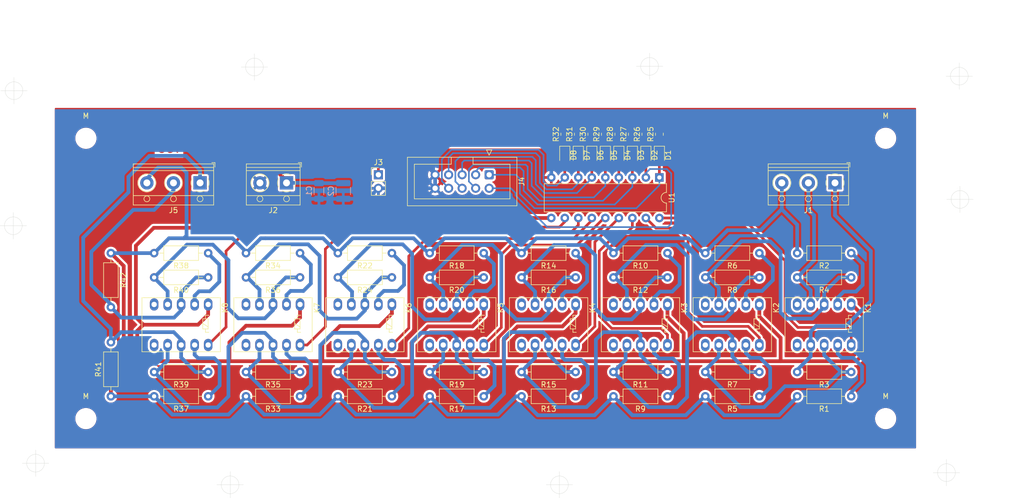
<source format=kicad_pcb>
(kicad_pcb (version 20171130) (host pcbnew "(5.1.7)-1")
  (layers (0 F.Cu signal) (31 B.Cu signal) (34 B.Paste user) (35 F.Paste user) (36 B.SilkS user) (37 F.SilkS user) (38 B.Mask user) (39 F.Mask user) (44 Edge.Cuts user))
  (net 0 "")
  (net 1 +12V)
  (net 2 GND)
  (net 3 "Net-(D1-Pad2)")
  (net 4 "Net-(D1-Pad1)")
  (net 5 "Net-(D2-Pad1)")
  (net 6 "Net-(D2-Pad2)")
  (net 7 "Net-(D3-Pad2)")
  (net 8 "Net-(D3-Pad1)")
  (net 9 "Net-(D4-Pad2)")
  (net 10 "Net-(D4-Pad1)")
  (net 11 "Net-(D5-Pad1)")
  (net 12 "Net-(D5-Pad2)")
  (net 13 "Net-(D6-Pad1)")
  (net 14 "Net-(D6-Pad2)")
  (net 15 "Net-(D7-Pad2)")
  (net 16 "Net-(D7-Pad1)")
  (net 17 "Net-(D8-Pad1)")
  (net 18 "Net-(D8-Pad2)")
  (net 19 /GND_L)
  (net 20 /IN_R)
  (net 21 /IN_L)
  (net 22 "Net-(J3-Pad1)")
  (net 23 /OUT_L)
  (net 24 /OUT_R)
  (net 25 /REL_1)
  (net 26 "Net-(K1-Pad9)")
  (net 27 "Net-(K1-Pad8)")
  (net 28 "Net-(K1-Pad3)")
  (net 29 "Net-(K1-Pad2)")
  (net 30 /REL_2)
  (net 31 "Net-(K2-Pad9)")
  (net 32 "Net-(K2-Pad8)")
  (net 33 "Net-(K2-Pad3)")
  (net 34 "Net-(K2-Pad2)")
  (net 35 /REL_3)
  (net 36 "Net-(K3-Pad9)")
  (net 37 "Net-(K3-Pad8)")
  (net 38 "Net-(K3-Pad3)")
  (net 39 "Net-(K3-Pad2)")
  (net 40 /REL_4)
  (net 41 "Net-(K4-Pad9)")
  (net 42 "Net-(K4-Pad8)")
  (net 43 "Net-(K4-Pad3)")
  (net 44 "Net-(K4-Pad2)")
  (net 45 "Net-(K5-Pad2)")
  (net 46 "Net-(K5-Pad3)")
  (net 47 "Net-(K5-Pad8)")
  (net 48 "Net-(K5-Pad9)")
  (net 49 /REL_5)
  (net 50 "Net-(K6-Pad2)")
  (net 51 "Net-(K6-Pad3)")
  (net 52 "Net-(K6-Pad8)")
  (net 53 "Net-(K6-Pad9)")
  (net 54 /REL_6)
  (net 55 "Net-(K7-Pad2)")
  (net 56 "Net-(K7-Pad3)")
  (net 57 "Net-(K7-Pad8)")
  (net 58 "Net-(K7-Pad9)")
  (net 59 /REL_7)
  (net 60 "Net-(K8-Pad2)")
  (net 61 "Net-(K8-Pad9)")
  (net 62 /REL_8)
  (module MountingHole:MountingHole_3.2mm_M3 (layer F.Cu) (at 69.469 59.69)
    (fp_text reference M (at 0 -4.2) (layer F.SilkS))
    (fp_text value M3)
    (pad 1 np_thru_hole circle (at 0 0) (size 3.2 3.2) (drill 3.2) (layers *.Cu *.Mask))
  )
  (module MountingHole:MountingHole_3.2mm_M3 (layer F.Cu) (at 69.469 112.395)
    (fp_text reference M (at 0 -4.2) (layer F.SilkS))
    (fp_text value M3)
    (pad 1 np_thru_hole circle (at 0 0) (size 3.2 3.2) (drill 3.2) (layers *.Cu *.Mask))
  )
  (module MountingHole:MountingHole_3.2mm_M3 (layer F.Cu) (at 219.837 112.395)
    (fp_text reference M (at 0 -4.2) (layer F.SilkS))
    (fp_text value M3)
    (pad 1 np_thru_hole circle (at 0 0) (size 3.2 3.2) (drill 3.2) (layers *.Cu *.Mask))
  )
  (module Capacitor_SMD:C_1206_3216Metric (layer B.Cu) (at 113.284 69.596 270)
    (fp_text reference C1 (at 0 1.85 270) (layer B.SilkS) (effects (justify mirror)))
    (fp_text value C)
    (pad 1 smd roundrect (at -1.475 0 270) (size 1.15 1.8) (layers B.Cu B.Paste B.Mask) (roundrect_rratio 0.217391) (net 1 +12V))
    (pad 2 smd roundrect (at 1.475 0 270) (size 1.15 1.8) (layers B.Cu B.Paste B.Mask) (roundrect_rratio 0.217391) (net 2 GND))
  )
  (module Capacitor_SMD:C_1210_3225Metric (layer B.Cu) (at 117.856 69.596 270)
    (fp_text reference C2 (at 0 2.3 270) (layer B.SilkS) (effects (justify mirror)))
    (fp_text value CP)
    (pad 1 smd roundrect (at -1.475 0 270) (size 1.15 2.7) (layers B.Cu B.Paste B.Mask) (roundrect_rratio 0.217391) (net 1 +12V))
    (pad 2 smd roundrect (at 1.475 0 270) (size 1.15 2.7) (layers B.Cu B.Paste B.Mask) (roundrect_rratio 0.217391) (net 2 GND))
  )
  (module LED_SMD:LED_0805_2012Metric (layer F.Cu) (at 177.292 62.865 270)
    (fp_text reference D1 (at 0 -1.65 270) (layer F.SilkS))
    (fp_text value LED)
    (pad 2 smd roundrect (at 0.9375 0 270) (size 0.975 1.4) (layers F.Cu F.Paste F.Mask) (net 3 "Net-(D1-Pad2)"))
    (pad 1 smd roundrect (at -0.9375 0 270) (size 0.975 1.4) (layers F.Cu F.Paste F.Mask) (net 4 "Net-(D1-Pad1)"))
  )
  (module LED_SMD:LED_0805_2012Metric (layer F.Cu) (at 174.752 62.865 270)
    (fp_text reference D2 (at 0 -1.65 270) (layer F.SilkS))
    (fp_text value LED)
    (pad 1 smd roundrect (at -0.9375 0 270) (size 0.975 1.4) (layers F.Cu F.Paste F.Mask) (net 5 "Net-(D2-Pad1)"))
    (pad 2 smd roundrect (at 0.9375 0 270) (size 0.975 1.4) (layers F.Cu F.Paste F.Mask) (net 6 "Net-(D2-Pad2)"))
  )
  (module LED_SMD:LED_0805_2012Metric (layer F.Cu) (at 172.212 62.865 270)
    (fp_text reference D3 (at 0 -1.65 270) (layer F.SilkS))
    (fp_text value LED)
    (pad 2 smd roundrect (at 0.9375 0 270) (size 0.975 1.4) (layers F.Cu F.Paste F.Mask) (net 7 "Net-(D3-Pad2)"))
    (pad 1 smd roundrect (at -0.9375 0 270) (size 0.975 1.4) (layers F.Cu F.Paste F.Mask) (net 8 "Net-(D3-Pad1)"))
  )
  (module LED_SMD:LED_0805_2012Metric (layer F.Cu) (at 169.672 62.865 270)
    (fp_text reference D4 (at 0 -1.65 270) (layer F.SilkS))
    (fp_text value LED)
    (pad 2 smd roundrect (at 0.9375 0 270) (size 0.975 1.4) (layers F.Cu F.Paste F.Mask) (net 9 "Net-(D4-Pad2)"))
    (pad 1 smd roundrect (at -0.9375 0 270) (size 0.975 1.4) (layers F.Cu F.Paste F.Mask) (net 10 "Net-(D4-Pad1)"))
  )
  (module LED_SMD:LED_0805_2012Metric (layer F.Cu) (at 167.132 62.865 270)
    (fp_text reference D5 (at 0 -1.65 270) (layer F.SilkS))
    (fp_text value LED)
    (pad 1 smd roundrect (at -0.9375 0 270) (size 0.975 1.4) (layers F.Cu F.Paste F.Mask) (net 11 "Net-(D5-Pad1)"))
    (pad 2 smd roundrect (at 0.9375 0 270) (size 0.975 1.4) (layers F.Cu F.Paste F.Mask) (net 12 "Net-(D5-Pad2)"))
  )
  (module LED_SMD:LED_0805_2012Metric (layer F.Cu) (at 164.592 62.865 270)
    (fp_text reference D6 (at 0 -1.65 270) (layer F.SilkS))
    (fp_text value LED)
    (pad 1 smd roundrect (at -0.9375 0 270) (size 0.975 1.4) (layers F.Cu F.Paste F.Mask) (net 13 "Net-(D6-Pad1)"))
    (pad 2 smd roundrect (at 0.9375 0 270) (size 0.975 1.4) (layers F.Cu F.Paste F.Mask) (net 14 "Net-(D6-Pad2)"))
  )
  (module LED_SMD:LED_0805_2012Metric (layer F.Cu) (at 162.052 62.865 270)
    (fp_text reference D7 (at 0 -1.65 270) (layer F.SilkS))
    (fp_text value LED)
    (pad 2 smd roundrect (at 0.9375 0 270) (size 0.975 1.4) (layers F.Cu F.Paste F.Mask) (net 15 "Net-(D7-Pad2)"))
    (pad 1 smd roundrect (at -0.9375 0 270) (size 0.975 1.4) (layers F.Cu F.Paste F.Mask) (net 16 "Net-(D7-Pad1)"))
  )
  (module LED_SMD:LED_0805_2012Metric (layer F.Cu) (at 159.512 62.865 270)
    (fp_text reference D8 (at 0 -1.65 270) (layer F.SilkS))
    (fp_text value LED)
    (pad 1 smd roundrect (at -0.9375 0 270) (size 0.975 1.4) (layers F.Cu F.Paste F.Mask) (net 17 "Net-(D8-Pad1)"))
    (pad 2 smd roundrect (at 0.9375 0 270) (size 0.975 1.4) (layers F.Cu F.Paste F.Mask) (net 18 "Net-(D8-Pad2)"))
  )
  (module TerminalBlock_RND:TerminalBlock_RND_205-00013_1x03_P5.00mm_Horizontal (layer F.Cu) (at 210.312 68.072 180)
    (fp_text reference J1 (at 5 -5.16 180) (layer F.SilkS))
    (fp_text value AUDIO_IN)
    (pad 3 thru_hole circle (at 10 0 180) (size 2.5 2.5) (drill 1.3) (layers *.Cu *.Mask) (net 19 /GND_L))
    (pad 2 thru_hole circle (at 5 0 180) (size 2.5 2.5) (drill 1.3) (layers *.Cu *.Mask) (net 20 /IN_R))
    (pad 1 thru_hole rect (at 0 0 180) (size 2.5 2.5) (drill 1.3) (layers *.Cu *.Mask) (net 21 /IN_L))
  )
  (module TerminalBlock_RND:TerminalBlock_RND_205-00012_1x02_P5.00mm_Horizontal (layer F.Cu) (at 107.188 68.072 180)
    (fp_text reference J2 (at 2.5 -5.16 180) (layer F.SilkS))
    (fp_text value POWER)
    (pad 1 thru_hole rect (at 0 0 180) (size 2.5 2.5) (drill 1.3) (layers *.Cu *.Mask) (net 1 +12V))
    (pad 2 thru_hole circle (at 5 0 180) (size 2.5 2.5) (drill 1.3) (layers *.Cu *.Mask) (net 2 GND))
  )
  (module Connector_PinHeader_2.54mm:PinHeader_1x02_P2.54mm_Vertical (layer F.Cu) (at 124.46 66.548)
    (fp_text reference J3 (at 0 -2.33) (layer F.SilkS))
    (fp_text value LED)
    (pad 1 thru_hole rect (at 0 0) (size 1.7 1.7) (drill 1) (layers *.Cu *.Mask) (net 22 "Net-(J3-Pad1)"))
    (pad 2 thru_hole oval (at 0 2.54) (size 1.7 1.7) (drill 1) (layers *.Cu *.Mask) (net 2 GND))
  )
  (module Connector_IDC:IDC-Header_2x05_P2.54mm_Vertical (layer F.Cu) (at 145.288 66.548 270)
    (fp_text reference J4 (at 1.27 -6.1 270) (layer F.SilkS))
    (fp_text value INPUT)
    (pad 1 thru_hole roundrect (at 0 0 270) (size 1.7 1.7) (drill 1) (layers *.Cu *.Mask) (roundrect_rratio 0.147059) (net 3 "Net-(D1-Pad2)"))
    (pad 3 thru_hole circle (at 0 2.54 270) (size 1.7 1.7) (drill 1) (layers *.Cu *.Mask) (net 7 "Net-(D3-Pad2)"))
    (pad 5 thru_hole circle (at 0 5.08 270) (size 1.7 1.7) (drill 1) (layers *.Cu *.Mask) (net 12 "Net-(D5-Pad2)"))
    (pad 7 thru_hole circle (at 0 7.62 270) (size 1.7 1.7) (drill 1) (layers *.Cu *.Mask) (net 15 "Net-(D7-Pad2)"))
    (pad 9 thru_hole circle (at 0 10.16 270) (size 1.7 1.7) (drill 1) (layers *.Cu *.Mask) (net 2 GND))
    (pad 2 thru_hole circle (at 2.54 0 270) (size 1.7 1.7) (drill 1) (layers *.Cu *.Mask) (net 6 "Net-(D2-Pad2)"))
    (pad 4 thru_hole circle (at 2.54 2.54 270) (size 1.7 1.7) (drill 1) (layers *.Cu *.Mask) (net 9 "Net-(D4-Pad2)"))
    (pad 6 thru_hole circle (at 2.54 5.08 270) (size 1.7 1.7) (drill 1) (layers *.Cu *.Mask) (net 14 "Net-(D6-Pad2)"))
    (pad 8 thru_hole circle (at 2.54 7.62 270) (size 1.7 1.7) (drill 1) (layers *.Cu *.Mask) (net 18 "Net-(D8-Pad2)"))
    (pad 10 thru_hole circle (at 2.54 10.16 270) (size 1.7 1.7) (drill 1) (layers *.Cu *.Mask) (net 2 GND))
  )
  (module TerminalBlock_RND:TerminalBlock_RND_205-00013_1x03_P5.00mm_Horizontal (layer F.Cu) (at 90.932 68.072 180)
    (fp_text reference J5 (at 5 -5.16 180) (layer F.SilkS))
    (fp_text value AUDIO_OUT)
    (pad 1 thru_hole rect (at 0 0 180) (size 2.5 2.5) (drill 1.3) (layers *.Cu *.Mask) (net 23 /OUT_L))
    (pad 2 thru_hole circle (at 5 0 180) (size 2.5 2.5) (drill 1.3) (layers *.Cu *.Mask) (net 24 /OUT_R))
    (pad 3 thru_hole circle (at 10 0 180) (size 2.5 2.5) (drill 1.3) (layers *.Cu *.Mask) (net 19 /GND_L))
  )
  (module Relay_THT:Relay_DPDT_FRT5 (layer F.Cu) (at 213.36 90.932 270)
    (fp_text reference K1 (at 0.635 -3.175 90) (layer F.SilkS))
    (fp_text value FRT5_separated)
    (pad 10 thru_hole oval (at 7.62 0 270) (size 2.3 1.6) (drill 1) (layers *.Cu *.Mask) (net 25 /REL_1))
    (pad 9 thru_hole oval (at 7.62 2.54 270) (size 2.3 1.6) (drill 1) (layers *.Cu *.Mask) (net 26 "Net-(K1-Pad9)"))
    (pad 8 thru_hole oval (at 7.62 5.08 270) (size 2.3 1.6) (drill 1) (layers *.Cu *.Mask) (net 27 "Net-(K1-Pad8)"))
    (pad 7 thru_hole oval (at 7.62 7.62 270) (size 2.3 1.6) (drill 1) (layers *.Cu *.Mask) (net 21 /IN_L))
    (pad 6 thru_hole oval (at 7.62 10.16 270) (size 2.3 1.6) (drill 1) (layers *.Cu *.Mask))
    (pad 5 thru_hole oval (at 0 10.16 270) (size 2.3 1.6) (drill 1) (layers *.Cu *.Mask))
    (pad 4 thru_hole oval (at 0 7.62 270) (size 2.3 1.6) (drill 1) (layers *.Cu *.Mask) (net 20 /IN_R))
    (pad 3 thru_hole oval (at 0 5.08 270) (size 2.3 1.6) (drill 1) (layers *.Cu *.Mask) (net 28 "Net-(K1-Pad3)"))
    (pad 2 thru_hole oval (at 0 2.54 270) (size 2.3 1.6) (drill 1) (layers *.Cu *.Mask) (net 29 "Net-(K1-Pad2)"))
    (pad 1 thru_hole oval (at 0 0 270) (size 2.3 1.6) (drill 1) (layers *.Cu *.Mask) (net 1 +12V))
  )
  (module Relay_THT:Relay_DPDT_FRT5 (layer F.Cu) (at 196.088 90.932 270)
    (fp_text reference K2 (at 0.635 -3.175 90) (layer F.SilkS))
    (fp_text value FRT5_separated)
    (pad 10 thru_hole oval (at 7.62 0 270) (size 2.3 1.6) (drill 1) (layers *.Cu *.Mask) (net 30 /REL_2))
    (pad 9 thru_hole oval (at 7.62 2.54 270) (size 2.3 1.6) (drill 1) (layers *.Cu *.Mask) (net 31 "Net-(K2-Pad9)"))
    (pad 8 thru_hole oval (at 7.62 5.08 270) (size 2.3 1.6) (drill 1) (layers *.Cu *.Mask) (net 32 "Net-(K2-Pad8)"))
    (pad 7 thru_hole oval (at 7.62 7.62 270) (size 2.3 1.6) (drill 1) (layers *.Cu *.Mask) (net 27 "Net-(K1-Pad8)"))
    (pad 6 thru_hole oval (at 7.62 10.16 270) (size 2.3 1.6) (drill 1) (layers *.Cu *.Mask))
    (pad 5 thru_hole oval (at 0 10.16 270) (size 2.3 1.6) (drill 1) (layers *.Cu *.Mask))
    (pad 4 thru_hole oval (at 0 7.62 270) (size 2.3 1.6) (drill 1) (layers *.Cu *.Mask) (net 28 "Net-(K1-Pad3)"))
    (pad 3 thru_hole oval (at 0 5.08 270) (size 2.3 1.6) (drill 1) (layers *.Cu *.Mask) (net 33 "Net-(K2-Pad3)"))
    (pad 2 thru_hole oval (at 0 2.54 270) (size 2.3 1.6) (drill 1) (layers *.Cu *.Mask) (net 34 "Net-(K2-Pad2)"))
    (pad 1 thru_hole oval (at 0 0 270) (size 2.3 1.6) (drill 1) (layers *.Cu *.Mask) (net 1 +12V))
  )
  (module Relay_THT:Relay_DPDT_FRT5 (layer F.Cu) (at 178.816 90.932 270)
    (fp_text reference K3 (at 0.635 -3.175 90) (layer F.SilkS))
    (fp_text value FRT5_separated)
    (pad 10 thru_hole oval (at 7.62 0 270) (size 2.3 1.6) (drill 1) (layers *.Cu *.Mask) (net 35 /REL_3))
    (pad 9 thru_hole oval (at 7.62 2.54 270) (size 2.3 1.6) (drill 1) (layers *.Cu *.Mask) (net 36 "Net-(K3-Pad9)"))
    (pad 8 thru_hole oval (at 7.62 5.08 270) (size 2.3 1.6) (drill 1) (layers *.Cu *.Mask) (net 37 "Net-(K3-Pad8)"))
    (pad 7 thru_hole oval (at 7.62 7.62 270) (size 2.3 1.6) (drill 1) (layers *.Cu *.Mask) (net 32 "Net-(K2-Pad8)"))
    (pad 6 thru_hole oval (at 7.62 10.16 270) (size 2.3 1.6) (drill 1) (layers *.Cu *.Mask))
    (pad 5 thru_hole oval (at 0 10.16 270) (size 2.3 1.6) (drill 1) (layers *.Cu *.Mask))
    (pad 4 thru_hole oval (at 0 7.62 270) (size 2.3 1.6) (drill 1) (layers *.Cu *.Mask) (net 33 "Net-(K2-Pad3)"))
    (pad 3 thru_hole oval (at 0 5.08 270) (size 2.3 1.6) (drill 1) (layers *.Cu *.Mask) (net 38 "Net-(K3-Pad3)"))
    (pad 2 thru_hole oval (at 0 2.54 270) (size 2.3 1.6) (drill 1) (layers *.Cu *.Mask) (net 39 "Net-(K3-Pad2)"))
    (pad 1 thru_hole oval (at 0 0 270) (size 2.3 1.6) (drill 1) (layers *.Cu *.Mask) (net 1 +12V))
  )
  (module Relay_THT:Relay_DPDT_FRT5 (layer F.Cu) (at 161.544 90.932 270)
    (fp_text reference K4 (at 0.635 -3.175 90) (layer F.SilkS))
    (fp_text value FRT5_separated)
    (pad 10 thru_hole oval (at 7.62 0 270) (size 2.3 1.6) (drill 1) (layers *.Cu *.Mask) (net 40 /REL_4))
    (pad 9 thru_hole oval (at 7.62 2.54 270) (size 2.3 1.6) (drill 1) (layers *.Cu *.Mask) (net 41 "Net-(K4-Pad9)"))
    (pad 8 thru_hole oval (at 7.62 5.08 270) (size 2.3 1.6) (drill 1) (layers *.Cu *.Mask) (net 42 "Net-(K4-Pad8)"))
    (pad 7 thru_hole oval (at 7.62 7.62 270) (size 2.3 1.6) (drill 1) (layers *.Cu *.Mask) (net 37 "Net-(K3-Pad8)"))
    (pad 6 thru_hole oval (at 7.62 10.16 270) (size 2.3 1.6) (drill 1) (layers *.Cu *.Mask))
    (pad 5 thru_hole oval (at 0 10.16 270) (size 2.3 1.6) (drill 1) (layers *.Cu *.Mask))
    (pad 4 thru_hole oval (at 0 7.62 270) (size 2.3 1.6) (drill 1) (layers *.Cu *.Mask) (net 38 "Net-(K3-Pad3)"))
    (pad 3 thru_hole oval (at 0 5.08 270) (size 2.3 1.6) (drill 1) (layers *.Cu *.Mask) (net 43 "Net-(K4-Pad3)"))
    (pad 2 thru_hole oval (at 0 2.54 270) (size 2.3 1.6) (drill 1) (layers *.Cu *.Mask) (net 44 "Net-(K4-Pad2)"))
    (pad 1 thru_hole oval (at 0 0 270) (size 2.3 1.6) (drill 1) (layers *.Cu *.Mask) (net 1 +12V))
  )
  (module Relay_THT:Relay_DPDT_FRT5 (layer F.Cu) (at 144.272 90.932 270)
    (fp_text reference K5 (at 0.635 -3.175 90) (layer F.SilkS))
    (fp_text value FRT5_separated)
    (pad 1 thru_hole oval (at 0 0 270) (size 2.3 1.6) (drill 1) (layers *.Cu *.Mask) (net 1 +12V))
    (pad 2 thru_hole oval (at 0 2.54 270) (size 2.3 1.6) (drill 1) (layers *.Cu *.Mask) (net 45 "Net-(K5-Pad2)"))
    (pad 3 thru_hole oval (at 0 5.08 270) (size 2.3 1.6) (drill 1) (layers *.Cu *.Mask) (net 46 "Net-(K5-Pad3)"))
    (pad 4 thru_hole oval (at 0 7.62 270) (size 2.3 1.6) (drill 1) (layers *.Cu *.Mask) (net 43 "Net-(K4-Pad3)"))
    (pad 5 thru_hole oval (at 0 10.16 270) (size 2.3 1.6) (drill 1) (layers *.Cu *.Mask))
    (pad 6 thru_hole oval (at 7.62 10.16 270) (size 2.3 1.6) (drill 1) (layers *.Cu *.Mask))
    (pad 7 thru_hole oval (at 7.62 7.62 270) (size 2.3 1.6) (drill 1) (layers *.Cu *.Mask) (net 42 "Net-(K4-Pad8)"))
    (pad 8 thru_hole oval (at 7.62 5.08 270) (size 2.3 1.6) (drill 1) (layers *.Cu *.Mask) (net 47 "Net-(K5-Pad8)"))
    (pad 9 thru_hole oval (at 7.62 2.54 270) (size 2.3 1.6) (drill 1) (layers *.Cu *.Mask) (net 48 "Net-(K5-Pad9)"))
    (pad 10 thru_hole oval (at 7.62 0 270) (size 2.3 1.6) (drill 1) (layers *.Cu *.Mask) (net 49 /REL_5))
  )
  (module Relay_THT:Relay_DPDT_FRT5 (layer F.Cu) (at 127 90.932 270)
    (fp_text reference K6 (at 0.635 -3.175 90) (layer F.SilkS))
    (fp_text value FRT5_separated)
    (pad 1 thru_hole oval (at 0 0 270) (size 2.3 1.6) (drill 1) (layers *.Cu *.Mask) (net 1 +12V))
    (pad 2 thru_hole oval (at 0 2.54 270) (size 2.3 1.6) (drill 1) (layers *.Cu *.Mask) (net 50 "Net-(K6-Pad2)"))
    (pad 3 thru_hole oval (at 0 5.08 270) (size 2.3 1.6) (drill 1) (layers *.Cu *.Mask) (net 51 "Net-(K6-Pad3)"))
    (pad 4 thru_hole oval (at 0 7.62 270) (size 2.3 1.6) (drill 1) (layers *.Cu *.Mask) (net 46 "Net-(K5-Pad3)"))
    (pad 5 thru_hole oval (at 0 10.16 270) (size 2.3 1.6) (drill 1) (layers *.Cu *.Mask))
    (pad 6 thru_hole oval (at 7.62 10.16 270) (size 2.3 1.6) (drill 1) (layers *.Cu *.Mask))
    (pad 7 thru_hole oval (at 7.62 7.62 270) (size 2.3 1.6) (drill 1) (layers *.Cu *.Mask) (net 47 "Net-(K5-Pad8)"))
    (pad 8 thru_hole oval (at 7.62 5.08 270) (size 2.3 1.6) (drill 1) (layers *.Cu *.Mask) (net 52 "Net-(K6-Pad8)"))
    (pad 9 thru_hole oval (at 7.62 2.54 270) (size 2.3 1.6) (drill 1) (layers *.Cu *.Mask) (net 53 "Net-(K6-Pad9)"))
    (pad 10 thru_hole oval (at 7.62 0 270) (size 2.3 1.6) (drill 1) (layers *.Cu *.Mask) (net 54 /REL_6))
  )
  (module Relay_THT:Relay_DPDT_FRT5 (layer F.Cu) (at 109.728 90.932 270)
    (fp_text reference K7 (at 0.635 -3.175 90) (layer F.SilkS))
    (fp_text value FRT5_separated)
    (pad 1 thru_hole oval (at 0 0 270) (size 2.3 1.6) (drill 1) (layers *.Cu *.Mask) (net 1 +12V))
    (pad 2 thru_hole oval (at 0 2.54 270) (size 2.3 1.6) (drill 1) (layers *.Cu *.Mask) (net 55 "Net-(K7-Pad2)"))
    (pad 3 thru_hole oval (at 0 5.08 270) (size 2.3 1.6) (drill 1) (layers *.Cu *.Mask) (net 56 "Net-(K7-Pad3)"))
    (pad 4 thru_hole oval (at 0 7.62 270) (size 2.3 1.6) (drill 1) (layers *.Cu *.Mask) (net 51 "Net-(K6-Pad3)"))
    (pad 5 thru_hole oval (at 0 10.16 270) (size 2.3 1.6) (drill 1) (layers *.Cu *.Mask))
    (pad 6 thru_hole oval (at 7.62 10.16 270) (size 2.3 1.6) (drill 1) (layers *.Cu *.Mask))
    (pad 7 thru_hole oval (at 7.62 7.62 270) (size 2.3 1.6) (drill 1) (layers *.Cu *.Mask) (net 52 "Net-(K6-Pad8)"))
    (pad 8 thru_hole oval (at 7.62 5.08 270) (size 2.3 1.6) (drill 1) (layers *.Cu *.Mask) (net 57 "Net-(K7-Pad8)"))
    (pad 9 thru_hole oval (at 7.62 2.54 270) (size 2.3 1.6) (drill 1) (layers *.Cu *.Mask) (net 58 "Net-(K7-Pad9)"))
    (pad 10 thru_hole oval (at 7.62 0 270) (size 2.3 1.6) (drill 1) (layers *.Cu *.Mask) (net 59 /REL_7))
  )
  (module Relay_THT:Relay_DPDT_FRT5 (layer F.Cu) (at 92.456 90.932 270)
    (fp_text reference K8 (at 0.635 -3.175 90) (layer F.SilkS))
    (fp_text value FRT5_separated)
    (pad 1 thru_hole oval (at 0 0 270) (size 2.3 1.6) (drill 1) (layers *.Cu *.Mask) (net 1 +12V))
    (pad 2 thru_hole oval (at 0 2.54 270) (size 2.3 1.6) (drill 1) (layers *.Cu *.Mask) (net 60 "Net-(K8-Pad2)"))
    (pad 3 thru_hole oval (at 0 5.08 270) (size 2.3 1.6) (drill 1) (layers *.Cu *.Mask) (net 24 /OUT_R))
    (pad 4 thru_hole oval (at 0 7.62 270) (size 2.3 1.6) (drill 1) (layers *.Cu *.Mask) (net 56 "Net-(K7-Pad3)"))
    (pad 5 thru_hole oval (at 0 10.16 270) (size 2.3 1.6) (drill 1) (layers *.Cu *.Mask))
    (pad 6 thru_hole oval (at 7.62 10.16 270) (size 2.3 1.6) (drill 1) (layers *.Cu *.Mask))
    (pad 7 thru_hole oval (at 7.62 7.62 270) (size 2.3 1.6) (drill 1) (layers *.Cu *.Mask) (net 57 "Net-(K7-Pad8)"))
    (pad 8 thru_hole oval (at 7.62 5.08 270) (size 2.3 1.6) (drill 1) (layers *.Cu *.Mask) (net 23 /OUT_L))
    (pad 9 thru_hole oval (at 7.62 2.54 270) (size 2.3 1.6) (drill 1) (layers *.Cu *.Mask) (net 61 "Net-(K8-Pad9)"))
    (pad 10 thru_hole oval (at 7.62 0 270) (size 2.3 1.6) (drill 1) (layers *.Cu *.Mask) (net 62 /REL_8))
  )
  (module Resistor_THT:R_Axial_DIN0207_L6.3mm_D2.5mm_P10.16mm_Horizontal (layer F.Cu) (at 213.36 108.204 180)
    (fp_text reference R1 (at 5.08 -2.37 180) (layer F.SilkS))
    (fp_text value R)
    (pad 2 thru_hole oval (at 10.16 0 180) (size 1.6 1.6) (drill 0.8) (layers *.Cu *.Mask) (net 19 /GND_L))
    (pad 1 thru_hole circle (at 0 0 180) (size 1.6 1.6) (drill 0.8) (layers *.Cu *.Mask) (net 26 "Net-(K1-Pad9)"))
  )
  (module Resistor_THT:R_Axial_DIN0207_L6.3mm_D2.5mm_P10.16mm_Horizontal (layer F.Cu) (at 213.36 81.28 180)
    (fp_text reference R2 (at 5.08 -2.37 180) (layer F.SilkS))
    (fp_text value R)
    (pad 2 thru_hole oval (at 10.16 0 180) (size 1.6 1.6) (drill 0.8) (layers *.Cu *.Mask) (net 19 /GND_L))
    (pad 1 thru_hole circle (at 0 0 180) (size 1.6 1.6) (drill 0.8) (layers *.Cu *.Mask) (net 29 "Net-(K1-Pad2)"))
  )
  (module Resistor_THT:R_Axial_DIN0207_L6.3mm_D2.5mm_P10.16mm_Horizontal (layer F.Cu) (at 213.36 103.632 180)
    (fp_text reference R3 (at 5.08 -2.37 180) (layer F.SilkS))
    (fp_text value R)
    (pad 1 thru_hole circle (at 0 0 180) (size 1.6 1.6) (drill 0.8) (layers *.Cu *.Mask) (net 27 "Net-(K1-Pad8)"))
    (pad 2 thru_hole oval (at 10.16 0 180) (size 1.6 1.6) (drill 0.8) (layers *.Cu *.Mask) (net 21 /IN_L))
  )
  (module Resistor_THT:R_Axial_DIN0207_L6.3mm_D2.5mm_P10.16mm_Horizontal (layer F.Cu) (at 213.36 85.852 180)
    (fp_text reference R4 (at 5.08 -2.37 180) (layer F.SilkS))
    (fp_text value R)
    (pad 2 thru_hole oval (at 10.16 0 180) (size 1.6 1.6) (drill 0.8) (layers *.Cu *.Mask) (net 20 /IN_R))
    (pad 1 thru_hole circle (at 0 0 180) (size 1.6 1.6) (drill 0.8) (layers *.Cu *.Mask) (net 28 "Net-(K1-Pad3)"))
  )
  (module Resistor_THT:R_Axial_DIN0207_L6.3mm_D2.5mm_P10.16mm_Horizontal (layer F.Cu) (at 196.088 108.204 180)
    (fp_text reference R5 (at 5.08 -2.37 180) (layer F.SilkS))
    (fp_text value R)
    (pad 1 thru_hole circle (at 0 0 180) (size 1.6 1.6) (drill 0.8) (layers *.Cu *.Mask) (net 31 "Net-(K2-Pad9)"))
    (pad 2 thru_hole oval (at 10.16 0 180) (size 1.6 1.6) (drill 0.8) (layers *.Cu *.Mask) (net 19 /GND_L))
  )
  (module Resistor_THT:R_Axial_DIN0207_L6.3mm_D2.5mm_P10.16mm_Horizontal (layer F.Cu) (at 196.088 81.28 180)
    (fp_text reference R6 (at 5.08 -2.37 180) (layer F.SilkS))
    (fp_text value R)
    (pad 2 thru_hole oval (at 10.16 0 180) (size 1.6 1.6) (drill 0.8) (layers *.Cu *.Mask) (net 19 /GND_L))
    (pad 1 thru_hole circle (at 0 0 180) (size 1.6 1.6) (drill 0.8) (layers *.Cu *.Mask) (net 34 "Net-(K2-Pad2)"))
  )
  (module Resistor_THT:R_Axial_DIN0207_L6.3mm_D2.5mm_P10.16mm_Horizontal (layer F.Cu) (at 196.088 103.632 180)
    (fp_text reference R7 (at 5.08 -2.37 180) (layer F.SilkS))
    (fp_text value R)
    (pad 1 thru_hole circle (at 0 0 180) (size 1.6 1.6) (drill 0.8) (layers *.Cu *.Mask) (net 32 "Net-(K2-Pad8)"))
    (pad 2 thru_hole oval (at 10.16 0 180) (size 1.6 1.6) (drill 0.8) (layers *.Cu *.Mask) (net 27 "Net-(K1-Pad8)"))
  )
  (module Resistor_THT:R_Axial_DIN0207_L6.3mm_D2.5mm_P10.16mm_Horizontal (layer F.Cu) (at 196.088 85.852 180)
    (fp_text reference R8 (at 5.08 -2.37 180) (layer F.SilkS))
    (fp_text value R)
    (pad 2 thru_hole oval (at 10.16 0 180) (size 1.6 1.6) (drill 0.8) (layers *.Cu *.Mask) (net 28 "Net-(K1-Pad3)"))
    (pad 1 thru_hole circle (at 0 0 180) (size 1.6 1.6) (drill 0.8) (layers *.Cu *.Mask) (net 33 "Net-(K2-Pad3)"))
  )
  (module Resistor_THT:R_Axial_DIN0207_L6.3mm_D2.5mm_P10.16mm_Horizontal (layer F.Cu) (at 178.816 108.204 180)
    (fp_text reference R9 (at 5.08 -2.37 180) (layer F.SilkS))
    (fp_text value R)
    (pad 2 thru_hole oval (at 10.16 0 180) (size 1.6 1.6) (drill 0.8) (layers *.Cu *.Mask) (net 19 /GND_L))
    (pad 1 thru_hole circle (at 0 0 180) (size 1.6 1.6) (drill 0.8) (layers *.Cu *.Mask) (net 36 "Net-(K3-Pad9)"))
  )
  (module Resistor_THT:R_Axial_DIN0207_L6.3mm_D2.5mm_P10.16mm_Horizontal (layer F.Cu) (at 178.816 81.28 180)
    (fp_text reference R10 (at 5.08 -2.37 180) (layer F.SilkS))
    (fp_text value R)
    (pad 1 thru_hole circle (at 0 0 180) (size 1.6 1.6) (drill 0.8) (layers *.Cu *.Mask) (net 39 "Net-(K3-Pad2)"))
    (pad 2 thru_hole oval (at 10.16 0 180) (size 1.6 1.6) (drill 0.8) (layers *.Cu *.Mask) (net 19 /GND_L))
  )
  (module Resistor_THT:R_Axial_DIN0207_L6.3mm_D2.5mm_P10.16mm_Horizontal (layer F.Cu) (at 178.816 103.632 180)
    (fp_text reference R11 (at 5.08 -2.37 180) (layer F.SilkS))
    (fp_text value R)
    (pad 1 thru_hole circle (at 0 0 180) (size 1.6 1.6) (drill 0.8) (layers *.Cu *.Mask) (net 37 "Net-(K3-Pad8)"))
    (pad 2 thru_hole oval (at 10.16 0 180) (size 1.6 1.6) (drill 0.8) (layers *.Cu *.Mask) (net 32 "Net-(K2-Pad8)"))
  )
  (module Resistor_THT:R_Axial_DIN0207_L6.3mm_D2.5mm_P10.16mm_Horizontal (layer F.Cu) (at 178.816 85.852 180)
    (fp_text reference R12 (at 5.08 -2.37 180) (layer F.SilkS))
    (fp_text value R)
    (pad 2 thru_hole oval (at 10.16 0 180) (size 1.6 1.6) (drill 0.8) (layers *.Cu *.Mask) (net 33 "Net-(K2-Pad3)"))
    (pad 1 thru_hole circle (at 0 0 180) (size 1.6 1.6) (drill 0.8) (layers *.Cu *.Mask) (net 38 "Net-(K3-Pad3)"))
  )
  (module Resistor_THT:R_Axial_DIN0207_L6.3mm_D2.5mm_P10.16mm_Horizontal (layer F.Cu) (at 161.544 108.204 180)
    (fp_text reference R13 (at 5.08 -2.37 180) (layer F.SilkS))
    (fp_text value R)
    (pad 2 thru_hole oval (at 10.16 0 180) (size 1.6 1.6) (drill 0.8) (layers *.Cu *.Mask) (net 19 /GND_L))
    (pad 1 thru_hole circle (at 0 0 180) (size 1.6 1.6) (drill 0.8) (layers *.Cu *.Mask) (net 41 "Net-(K4-Pad9)"))
  )
  (module Resistor_THT:R_Axial_DIN0207_L6.3mm_D2.5mm_P10.16mm_Horizontal (layer F.Cu) (at 161.544 81.28 180)
    (fp_text reference R14 (at 5.08 -2.37 180) (layer F.SilkS))
    (fp_text value R)
    (pad 1 thru_hole circle (at 0 0 180) (size 1.6 1.6) (drill 0.8) (layers *.Cu *.Mask) (net 44 "Net-(K4-Pad2)"))
    (pad 2 thru_hole oval (at 10.16 0 180) (size 1.6 1.6) (drill 0.8) (layers *.Cu *.Mask) (net 19 /GND_L))
  )
  (module Resistor_THT:R_Axial_DIN0207_L6.3mm_D2.5mm_P10.16mm_Horizontal (layer F.Cu) (at 161.544 103.632 180)
    (fp_text reference R15 (at 5.08 -2.37 180) (layer F.SilkS))
    (fp_text value R)
    (pad 1 thru_hole circle (at 0 0 180) (size 1.6 1.6) (drill 0.8) (layers *.Cu *.Mask) (net 42 "Net-(K4-Pad8)"))
    (pad 2 thru_hole oval (at 10.16 0 180) (size 1.6 1.6) (drill 0.8) (layers *.Cu *.Mask) (net 37 "Net-(K3-Pad8)"))
  )
  (module Resistor_THT:R_Axial_DIN0207_L6.3mm_D2.5mm_P10.16mm_Horizontal (layer F.Cu) (at 161.544 85.852 180)
    (fp_text reference R16 (at 5.08 -2.37 180) (layer F.SilkS))
    (fp_text value R)
    (pad 2 thru_hole oval (at 10.16 0 180) (size 1.6 1.6) (drill 0.8) (layers *.Cu *.Mask) (net 38 "Net-(K3-Pad3)"))
    (pad 1 thru_hole circle (at 0 0 180) (size 1.6 1.6) (drill 0.8) (layers *.Cu *.Mask) (net 43 "Net-(K4-Pad3)"))
  )
  (module Resistor_THT:R_Axial_DIN0207_L6.3mm_D2.5mm_P10.16mm_Horizontal (layer F.Cu) (at 144.272 108.204 180)
    (fp_text reference R17 (at 5.08 -2.37 180) (layer F.SilkS))
    (fp_text value R)
    (pad 1 thru_hole circle (at 0 0 180) (size 1.6 1.6) (drill 0.8) (layers *.Cu *.Mask) (net 48 "Net-(K5-Pad9)"))
    (pad 2 thru_hole oval (at 10.16 0 180) (size 1.6 1.6) (drill 0.8) (layers *.Cu *.Mask) (net 19 /GND_L))
  )
  (module Resistor_THT:R_Axial_DIN0207_L6.3mm_D2.5mm_P10.16mm_Horizontal (layer F.Cu) (at 144.272 81.28 180)
    (fp_text reference R18 (at 5.08 -2.37 180) (layer F.SilkS))
    (fp_text value R)
    (pad 1 thru_hole circle (at 0 0 180) (size 1.6 1.6) (drill 0.8) (layers *.Cu *.Mask) (net 45 "Net-(K5-Pad2)"))
    (pad 2 thru_hole oval (at 10.16 0 180) (size 1.6 1.6) (drill 0.8) (layers *.Cu *.Mask) (net 19 /GND_L))
  )
  (module Resistor_THT:R_Axial_DIN0207_L6.3mm_D2.5mm_P10.16mm_Horizontal (layer F.Cu) (at 144.272 103.632 180)
    (fp_text reference R19 (at 5.08 -2.37 180) (layer F.SilkS))
    (fp_text value R)
    (pad 1 thru_hole circle (at 0 0 180) (size 1.6 1.6) (drill 0.8) (layers *.Cu *.Mask) (net 47 "Net-(K5-Pad8)"))
    (pad 2 thru_hole oval (at 10.16 0 180) (size 1.6 1.6) (drill 0.8) (layers *.Cu *.Mask) (net 42 "Net-(K4-Pad8)"))
  )
  (module Resistor_THT:R_Axial_DIN0207_L6.3mm_D2.5mm_P10.16mm_Horizontal (layer F.Cu) (at 144.272 85.852 180)
    (fp_text reference R20 (at 5.08 -2.37 180) (layer F.SilkS))
    (fp_text value R)
    (pad 2 thru_hole oval (at 10.16 0 180) (size 1.6 1.6) (drill 0.8) (layers *.Cu *.Mask) (net 43 "Net-(K4-Pad3)"))
    (pad 1 thru_hole circle (at 0 0 180) (size 1.6 1.6) (drill 0.8) (layers *.Cu *.Mask) (net 46 "Net-(K5-Pad3)"))
  )
  (module Resistor_THT:R_Axial_DIN0207_L6.3mm_D2.5mm_P10.16mm_Horizontal (layer F.Cu) (at 127 108.204 180)
    (fp_text reference R21 (at 5.08 -2.37 180) (layer F.SilkS))
    (fp_text value R)
    (pad 1 thru_hole circle (at 0 0 180) (size 1.6 1.6) (drill 0.8) (layers *.Cu *.Mask) (net 53 "Net-(K6-Pad9)"))
    (pad 2 thru_hole oval (at 10.16 0 180) (size 1.6 1.6) (drill 0.8) (layers *.Cu *.Mask) (net 19 /GND_L))
  )
  (module Resistor_THT:R_Axial_DIN0207_L6.3mm_D2.5mm_P10.16mm_Horizontal (layer F.Cu) (at 127 81.28 180)
    (fp_text reference R22 (at 5.08 -2.37 180) (layer F.SilkS))
    (fp_text value R)
    (pad 2 thru_hole oval (at 10.16 0 180) (size 1.6 1.6) (drill 0.8) (layers *.Cu *.Mask) (net 19 /GND_L))
    (pad 1 thru_hole circle (at 0 0 180) (size 1.6 1.6) (drill 0.8) (layers *.Cu *.Mask) (net 50 "Net-(K6-Pad2)"))
  )
  (module Resistor_THT:R_Axial_DIN0207_L6.3mm_D2.5mm_P10.16mm_Horizontal (layer F.Cu) (at 127 103.632 180)
    (fp_text reference R23 (at 5.08 -2.37 180) (layer F.SilkS))
    (fp_text value R)
    (pad 1 thru_hole circle (at 0 0 180) (size 1.6 1.6) (drill 0.8) (layers *.Cu *.Mask) (net 52 "Net-(K6-Pad8)"))
    (pad 2 thru_hole oval (at 10.16 0 180) (size 1.6 1.6) (drill 0.8) (layers *.Cu *.Mask) (net 47 "Net-(K5-Pad8)"))
  )
  (module Resistor_THT:R_Axial_DIN0207_L6.3mm_D2.5mm_P10.16mm_Horizontal (layer F.Cu) (at 127 85.852 180)
    (fp_text reference R24 (at 5.08 -2.37 180) (layer F.SilkS))
    (fp_text value R)
    (pad 2 thru_hole oval (at 10.16 0 180) (size 1.6 1.6) (drill 0.8) (layers *.Cu *.Mask) (net 46 "Net-(K5-Pad3)"))
    (pad 1 thru_hole circle (at 0 0 180) (size 1.6 1.6) (drill 0.8) (layers *.Cu *.Mask) (net 51 "Net-(K6-Pad3)"))
  )
  (module Resistor_SMD:R_0805_2012Metric (layer F.Cu) (at 177.292 58.928 90)
    (fp_text reference R25 (at 0 -1.65 90) (layer F.SilkS))
    (fp_text value R)
    (pad 1 smd roundrect (at -0.9125 0 90) (size 1.025 1.4) (layers F.Cu F.Paste F.Mask) (roundrect_rratio 0.243902) (net 4 "Net-(D1-Pad1)"))
    (pad 2 smd roundrect (at 0.9125 0 90) (size 1.025 1.4) (layers F.Cu F.Paste F.Mask) (roundrect_rratio 0.243902) (net 22 "Net-(J3-Pad1)"))
  )
  (module Resistor_SMD:R_0805_2012Metric (layer F.Cu) (at 174.752 58.928 90)
    (fp_text reference R26 (at 0 -1.65 90) (layer F.SilkS))
    (fp_text value R)
    (pad 1 smd roundrect (at -0.9125 0 90) (size 1.025 1.4) (layers F.Cu F.Paste F.Mask) (roundrect_rratio 0.243902) (net 5 "Net-(D2-Pad1)"))
    (pad 2 smd roundrect (at 0.9125 0 90) (size 1.025 1.4) (layers F.Cu F.Paste F.Mask) (roundrect_rratio 0.243902) (net 22 "Net-(J3-Pad1)"))
  )
  (module Resistor_SMD:R_0805_2012Metric (layer F.Cu) (at 172.212 58.928 90)
    (fp_text reference R27 (at 0 -1.65 90) (layer F.SilkS))
    (fp_text value R)
    (pad 1 smd roundrect (at -0.9125 0 90) (size 1.025 1.4) (layers F.Cu F.Paste F.Mask) (roundrect_rratio 0.243902) (net 8 "Net-(D3-Pad1)"))
    (pad 2 smd roundrect (at 0.9125 0 90) (size 1.025 1.4) (layers F.Cu F.Paste F.Mask) (roundrect_rratio 0.243902) (net 22 "Net-(J3-Pad1)"))
  )
  (module Resistor_SMD:R_0805_2012Metric (layer F.Cu) (at 169.672 58.928 90)
    (fp_text reference R28 (at 0 -1.65 90) (layer F.SilkS))
    (fp_text value R)
    (pad 2 smd roundrect (at 0.9125 0 90) (size 1.025 1.4) (layers F.Cu F.Paste F.Mask) (roundrect_rratio 0.243902) (net 22 "Net-(J3-Pad1)"))
    (pad 1 smd roundrect (at -0.9125 0 90) (size 1.025 1.4) (layers F.Cu F.Paste F.Mask) (roundrect_rratio 0.243902) (net 10 "Net-(D4-Pad1)"))
  )
  (module Resistor_SMD:R_0805_2012Metric (layer F.Cu) (at 167.132 58.928 90)
    (fp_text reference R29 (at 0 -1.65 90) (layer F.SilkS))
    (fp_text value R)
    (pad 2 smd roundrect (at 0.9125 0 90) (size 1.025 1.4) (layers F.Cu F.Paste F.Mask) (roundrect_rratio 0.243902) (net 22 "Net-(J3-Pad1)"))
    (pad 1 smd roundrect (at -0.9125 0 90) (size 1.025 1.4) (layers F.Cu F.Paste F.Mask) (roundrect_rratio 0.243902) (net 11 "Net-(D5-Pad1)"))
  )
  (module Resistor_SMD:R_0805_2012Metric (layer F.Cu) (at 164.592 58.928 90)
    (fp_text reference R30 (at 0 -1.65 90) (layer F.SilkS))
    (fp_text value R)
    (pad 1 smd roundrect (at -0.9125 0 90) (size 1.025 1.4) (layers F.Cu F.Paste F.Mask) (roundrect_rratio 0.243902) (net 13 "Net-(D6-Pad1)"))
    (pad 2 smd roundrect (at 0.9125 0 90) (size 1.025 1.4) (layers F.Cu F.Paste F.Mask) (roundrect_rratio 0.243902) (net 22 "Net-(J3-Pad1)"))
  )
  (module Resistor_SMD:R_0805_2012Metric (layer F.Cu) (at 162.052 58.928 90)
    (fp_text reference R31 (at 0 -1.65 90) (layer F.SilkS))
    (fp_text value R)
    (pad 2 smd roundrect (at 0.9125 0 90) (size 1.025 1.4) (layers F.Cu F.Paste F.Mask) (roundrect_rratio 0.243902) (net 22 "Net-(J3-Pad1)"))
    (pad 1 smd roundrect (at -0.9125 0 90) (size 1.025 1.4) (layers F.Cu F.Paste F.Mask) (roundrect_rratio 0.243902) (net 16 "Net-(D7-Pad1)"))
  )
  (module Resistor_SMD:R_0805_2012Metric (layer F.Cu) (at 159.512 58.928 90)
    (fp_text reference R32 (at 0 -1.65 90) (layer F.SilkS))
    (fp_text value R)
    (pad 2 smd roundrect (at 0.9125 0 90) (size 1.025 1.4) (layers F.Cu F.Paste F.Mask) (roundrect_rratio 0.243902) (net 22 "Net-(J3-Pad1)"))
    (pad 1 smd roundrect (at -0.9125 0 90) (size 1.025 1.4) (layers F.Cu F.Paste F.Mask) (roundrect_rratio 0.243902) (net 17 "Net-(D8-Pad1)"))
  )
  (module Resistor_THT:R_Axial_DIN0207_L6.3mm_D2.5mm_P10.16mm_Horizontal (layer F.Cu) (at 109.728 108.204 180)
    (fp_text reference R33 (at 5.08 -2.37 180) (layer F.SilkS))
    (fp_text value R)
    (pad 1 thru_hole circle (at 0 0 180) (size 1.6 1.6) (drill 0.8) (layers *.Cu *.Mask) (net 58 "Net-(K7-Pad9)"))
    (pad 2 thru_hole oval (at 10.16 0 180) (size 1.6 1.6) (drill 0.8) (layers *.Cu *.Mask) (net 19 /GND_L))
  )
  (module Resistor_THT:R_Axial_DIN0207_L6.3mm_D2.5mm_P10.16mm_Horizontal (layer F.Cu) (at 109.728 81.28 180)
    (fp_text reference R34 (at 5.08 -2.37 180) (layer F.SilkS))
    (fp_text value R)
    (pad 2 thru_hole oval (at 10.16 0 180) (size 1.6 1.6) (drill 0.8) (layers *.Cu *.Mask) (net 19 /GND_L))
    (pad 1 thru_hole circle (at 0 0 180) (size 1.6 1.6) (drill 0.8) (layers *.Cu *.Mask) (net 55 "Net-(K7-Pad2)"))
  )
  (module Resistor_THT:R_Axial_DIN0207_L6.3mm_D2.5mm_P10.16mm_Horizontal (layer F.Cu) (at 109.728 103.632 180)
    (fp_text reference R35 (at 5.08 -2.37 180) (layer F.SilkS))
    (fp_text value R)
    (pad 1 thru_hole circle (at 0 0 180) (size 1.6 1.6) (drill 0.8) (layers *.Cu *.Mask) (net 57 "Net-(K7-Pad8)"))
    (pad 2 thru_hole oval (at 10.16 0 180) (size 1.6 1.6) (drill 0.8) (layers *.Cu *.Mask) (net 52 "Net-(K6-Pad8)"))
  )
  (module Resistor_THT:R_Axial_DIN0207_L6.3mm_D2.5mm_P10.16mm_Horizontal (layer F.Cu) (at 109.728 85.852 180)
    (fp_text reference R36 (at 5.08 -2.37 180) (layer F.SilkS))
    (fp_text value R)
    (pad 2 thru_hole oval (at 10.16 0 180) (size 1.6 1.6) (drill 0.8) (layers *.Cu *.Mask) (net 51 "Net-(K6-Pad3)"))
    (pad 1 thru_hole circle (at 0 0 180) (size 1.6 1.6) (drill 0.8) (layers *.Cu *.Mask) (net 56 "Net-(K7-Pad3)"))
  )
  (module Resistor_THT:R_Axial_DIN0207_L6.3mm_D2.5mm_P10.16mm_Horizontal (layer F.Cu) (at 92.456 108.204 180)
    (fp_text reference R37 (at 5.08 -2.37 180) (layer F.SilkS))
    (fp_text value R)
    (pad 1 thru_hole circle (at 0 0 180) (size 1.6 1.6) (drill 0.8) (layers *.Cu *.Mask) (net 61 "Net-(K8-Pad9)"))
    (pad 2 thru_hole oval (at 10.16 0 180) (size 1.6 1.6) (drill 0.8) (layers *.Cu *.Mask) (net 19 /GND_L))
  )
  (module Resistor_THT:R_Axial_DIN0207_L6.3mm_D2.5mm_P10.16mm_Horizontal (layer F.Cu) (at 92.456 81.28 180)
    (fp_text reference R38 (at 5.08 -2.37 180) (layer F.SilkS))
    (fp_text value R)
    (pad 2 thru_hole oval (at 10.16 0 180) (size 1.6 1.6) (drill 0.8) (layers *.Cu *.Mask) (net 19 /GND_L))
    (pad 1 thru_hole circle (at 0 0 180) (size 1.6 1.6) (drill 0.8) (layers *.Cu *.Mask) (net 60 "Net-(K8-Pad2)"))
  )
  (module Resistor_THT:R_Axial_DIN0207_L6.3mm_D2.5mm_P10.16mm_Horizontal (layer F.Cu) (at 92.456 103.632 180)
    (fp_text reference R39 (at 5.08 -2.37 180) (layer F.SilkS))
    (fp_text value R)
    (pad 1 thru_hole circle (at 0 0 180) (size 1.6 1.6) (drill 0.8) (layers *.Cu *.Mask) (net 23 /OUT_L))
    (pad 2 thru_hole oval (at 10.16 0 180) (size 1.6 1.6) (drill 0.8) (layers *.Cu *.Mask) (net 57 "Net-(K7-Pad8)"))
  )
  (module Resistor_THT:R_Axial_DIN0207_L6.3mm_D2.5mm_P10.16mm_Horizontal (layer F.Cu) (at 92.456 85.852 180)
    (fp_text reference R40 (at 5.08 -2.37 180) (layer F.SilkS))
    (fp_text value R)
    (pad 2 thru_hole oval (at 10.16 0 180) (size 1.6 1.6) (drill 0.8) (layers *.Cu *.Mask) (net 56 "Net-(K7-Pad3)"))
    (pad 1 thru_hole circle (at 0 0 180) (size 1.6 1.6) (drill 0.8) (layers *.Cu *.Mask) (net 24 /OUT_R))
  )
  (module Resistor_THT:R_Axial_DIN0207_L6.3mm_D2.5mm_P10.16mm_Horizontal (layer F.Cu) (at 74.168 108.204 90)
    (fp_text reference R41 (at 5.08 -2.37 90) (layer F.SilkS))
    (fp_text value R)
    (pad 1 thru_hole circle (at 0 0 90) (size 1.6 1.6) (drill 0.8) (layers *.Cu *.Mask) (net 19 /GND_L))
    (pad 2 thru_hole oval (at 10.16 0 90) (size 1.6 1.6) (drill 0.8) (layers *.Cu *.Mask) (net 23 /OUT_L))
  )
  (module Resistor_THT:R_Axial_DIN0207_L6.3mm_D2.5mm_P10.16mm_Horizontal (layer F.Cu) (at 74.168 81.28 270)
    (fp_text reference R42 (at 5.08 -2.37 270) (layer F.SilkS))
    (fp_text value R)
    (pad 2 thru_hole oval (at 10.16 0 270) (size 1.6 1.6) (drill 0.8) (layers *.Cu *.Mask) (net 24 /OUT_R))
    (pad 1 thru_hole circle (at 0 0 270) (size 1.6 1.6) (drill 0.8) (layers *.Cu *.Mask) (net 19 /GND_L))
  )
  (module Package_DIP:DIP-18_W7.62mm (layer F.Cu) (at 177.292 67.056 270)
    (fp_text reference U1 (at 3.81 -2.33 270) (layer F.SilkS))
    (fp_text value ULN2803A)
    (pad 1 thru_hole rect (at 0 0 270) (size 1.6 1.6) (drill 0.8) (layers *.Cu *.Mask) (net 3 "Net-(D1-Pad2)"))
    (pad 10 thru_hole oval (at 7.62 20.32 270) (size 1.6 1.6) (drill 0.8) (layers *.Cu *.Mask) (net 1 +12V))
    (pad 2 thru_hole oval (at 0 2.54 270) (size 1.6 1.6) (drill 0.8) (layers *.Cu *.Mask) (net 6 "Net-(D2-Pad2)"))
    (pad 11 thru_hole oval (at 7.62 17.78 270) (size 1.6 1.6) (drill 0.8) (layers *.Cu *.Mask) (net 62 /REL_8))
    (pad 3 thru_hole oval (at 0 5.08 270) (size 1.6 1.6) (drill 0.8) (layers *.Cu *.Mask) (net 7 "Net-(D3-Pad2)"))
    (pad 12 thru_hole oval (at 7.62 15.24 270) (size 1.6 1.6) (drill 0.8) (layers *.Cu *.Mask) (net 59 /REL_7))
    (pad 4 thru_hole oval (at 0 7.62 270) (size 1.6 1.6) (drill 0.8) (layers *.Cu *.Mask) (net 9 "Net-(D4-Pad2)"))
    (pad 13 thru_hole oval (at 7.62 12.7 270) (size 1.6 1.6) (drill 0.8) (layers *.Cu *.Mask) (net 54 /REL_6))
    (pad 5 thru_hole oval (at 0 10.16 270) (size 1.6 1.6) (drill 0.8) (layers *.Cu *.Mask) (net 12 "Net-(D5-Pad2)"))
    (pad 14 thru_hole oval (at 7.62 10.16 270) (size 1.6 1.6) (drill 0.8) (layers *.Cu *.Mask) (net 49 /REL_5))
    (pad 6 thru_hole oval (at 0 12.7 270) (size 1.6 1.6) (drill 0.8) (layers *.Cu *.Mask) (net 14 "Net-(D6-Pad2)"))
    (pad 15 thru_hole oval (at 7.62 7.62 270) (size 1.6 1.6) (drill 0.8) (layers *.Cu *.Mask) (net 40 /REL_4))
    (pad 7 thru_hole oval (at 0 15.24 270) (size 1.6 1.6) (drill 0.8) (layers *.Cu *.Mask) (net 15 "Net-(D7-Pad2)"))
    (pad 16 thru_hole oval (at 7.62 5.08 270) (size 1.6 1.6) (drill 0.8) (layers *.Cu *.Mask) (net 35 /REL_3))
    (pad 8 thru_hole oval (at 0 17.78 270) (size 1.6 1.6) (drill 0.8) (layers *.Cu *.Mask) (net 18 "Net-(D8-Pad2)"))
    (pad 17 thru_hole oval (at 7.62 2.54 270) (size 1.6 1.6) (drill 0.8) (layers *.Cu *.Mask) (net 30 /REL_2))
    (pad 9 thru_hole oval (at 0 20.32 270) (size 1.6 1.6) (drill 0.8) (layers *.Cu *.Mask) (net 2 GND))
    (pad 18 thru_hole oval (at 7.62 0 270) (size 1.6 1.6) (drill 0.8) (layers *.Cu *.Mask) (net 25 /REL_1))
  )
  (module MountingHole:MountingHole_3.2mm_M3 (layer F.Cu) (at 219.837 59.69)
    (fp_text reference M (at 0 -4.2) (layer F.SilkS))
    (fp_text value M3)
    (pad 1 np_thru_hole circle (at 0 0) (size 3.2 3.2) (drill 3.2) (layers *.Cu *.Mask))
  )
  (target plus (at 55.8165 76.1365) (size 5) (width 0.05) (layer Edge.Cuts))
  (target plus (at 233.807 71.1835) (size 5) (width 0.05) (layer Edge.Cuts))
  (target plus (at 175.4505 46.1645) (size 5) (width 0.05) (layer Edge.Cuts))
  (target plus (at 158.496 124.841) (size 5) (width 0.05) (layer Edge.Cuts))
  (target plus (at 96.5835 124.841) (size 5) (width 0.05) (layer Edge.Cuts))
  (target plus (at 101.1555 46.2915) (size 5) (width 0.05) (layer Edge.Cuts))
  (target plus (at 55.9435 50.7365) (size 5) (width 0.05) (layer Edge.Cuts))
  (target plus (at 60.0075 120.777) (size 5) (width 0.05) (layer Edge.Cuts))
  (target plus (at 231.267 122.555) (size 5) (width 0.05) (layer Edge.Cuts))
  (target plus (at 233.68 48.006) (size 5) (width 0.05) (layer Edge.Cuts))
  (gr_text OUT (at 85.09 61.595) (layer F.Cu) (effects (font (size 1.5 1.5) (thickness 0.3))))
  (gr_text IN (at 205.1685 61.341) (layer F.Cu) (effects (font (size 1.5 1.5) (thickness 0.3))))
  (gr_text "G R L" (at 191.0715 67.31) (layer F.Cu) (effects (font (size 1.5 1.5) (thickness 0.3))))
  (gr_text 12V (at 110.4265 62.103) (layer F.Cu) (effects (font (size 1.5 1.5) (thickness 0.3))))
  (gr_text GND (at 99.1235 62.1665) (layer F.Cu) (effects (font (size 1.5 1.5) (thickness 0.3))))
  (gr_text "G R L" (at 71.501 67.056) (layer F.Cu) (effects (font (size 1.5 1.5) (thickness 0.3))))
  (gr_text "Attenuator rev.A. 2020-10-20" (at 99.06 57.404) (layer F.Cu) (effects (font (size 1.5 1.5) (thickness 0.3))))
  (segment (start 107.188 68.072) (end 113.235 68.072) (width 0.7) (layer B.Cu) (net 1))
  (segment (start 113.235 68.072) (end 113.284 68.121) (width 0.7) (layer B.Cu) (net 1))
  (segment (start 113.284 68.121) (end 117.856 68.121) (width 0.7) (layer B.Cu) (net 1))
  (segment (start 107.188 68.072) (end 107.188 67.691) (width 0.7) (layer F.Cu) (net 1))
  (segment (start 92.456 92.837) (end 92.456 90.932) (width 0.7) (layer F.Cu) (net 1))
  (segment (start 90.551 94.742) (end 92.456 92.837) (width 0.7) (layer F.Cu) (net 1))
  (segment (start 80.264 94.742) (end 90.551 94.742) (width 0.7) (layer F.Cu) (net 1))
  (segment (start 78.867 93.345) (end 80.264 94.742) (width 0.7) (layer F.Cu) (net 1))
  (segment (start 78.867 79.883) (end 78.867 93.345) (width 0.7) (layer F.Cu) (net 1))
  (segment (start 82.2325 76.5175) (end 78.867 79.883) (width 0.7) (layer F.Cu) (net 1))
  (segment (start 93.472 76.5175) (end 82.2325 76.5175) (width 0.7) (layer F.Cu) (net 1))
  (segment (start 96.0755 73.914) (end 93.472 76.5175) (width 0.7) (layer F.Cu) (net 1))
  (segment (start 96.0755 69.9135) (end 96.0755 73.4695) (width 0.7) (layer F.Cu) (net 1))
  (segment (start 96.0755 73.4695) (end 96.0755 73.914) (width 0.7) (layer F.Cu) (net 1))
  (segment (start 100.711 65.278) (end 96.0755 69.9135) (width 0.7) (layer F.Cu) (net 1))
  (segment (start 104.775 65.278) (end 100.711 65.278) (width 0.7) (layer F.Cu) (net 1))
  (segment (start 107.188 67.691) (end 104.775 65.278) (width 0.7) (layer F.Cu) (net 1))
  (segment (start 213.36 90.932) (end 213.487 90.932) (width 0.7) (layer F.Cu) (net 1))
  (segment (start 79.121 95.885) (end 80.264 94.742) (width 0.7) (layer F.Cu) (net 1))
  (segment (start 79.121 99.822) (end 79.121 95.885) (width 0.7) (layer F.Cu) (net 1))
  (segment (start 80.899 101.6) (end 79.121 99.822) (width 0.7) (layer F.Cu) (net 1))
  (segment (start 214.3125 101.6) (end 200.0885 101.6) (width 0.7) (layer F.Cu) (net 1))
  (segment (start 200.0885 101.6) (end 181.864 101.6) (width 0.7) (layer F.Cu) (net 1))
  (segment (start 181.864 101.6) (end 148.0185 101.6) (width 0.7) (layer F.Cu) (net 1))
  (segment (start 148.0185 101.6) (end 130.683 101.6) (width 0.7) (layer F.Cu) (net 1))
  (segment (start 130.683 101.6) (end 113.919 101.6) (width 0.7) (layer F.Cu) (net 1))
  (segment (start 113.919 101.6) (end 96.4565 101.6) (width 0.7) (layer F.Cu) (net 1))
  (segment (start 96.4565 101.6) (end 80.899 101.6) (width 0.7) (layer F.Cu) (net 1))
  (segment (start 216.535 99.3775) (end 214.3125 101.6) (width 0.7) (layer F.Cu) (net 1))
  (segment (start 216.535 93.98) (end 216.535 99.3775) (width 0.7) (layer F.Cu) (net 1))
  (segment (start 213.487 90.932) (end 216.535 93.98) (width 0.7) (layer F.Cu) (net 1))
  (segment (start 96.4565 101.6) (end 96.4565 98.044) (width 0.7) (layer F.Cu) (net 1))
  (segment (start 109.728 93.4085) (end 109.728 90.932) (width 0.7) (layer F.Cu) (net 1))
  (segment (start 108.204 94.9325) (end 109.728 93.4085) (width 0.7) (layer F.Cu) (net 1))
  (segment (start 99.568 94.9325) (end 108.204 94.9325) (width 0.7) (layer F.Cu) (net 1))
  (segment (start 96.4565 98.044) (end 99.568 94.9325) (width 0.7) (layer F.Cu) (net 1))
  (segment (start 113.919 101.6) (end 113.919 98.298) (width 0.7) (layer F.Cu) (net 1))
  (segment (start 127 92.6465) (end 127 90.932) (width 0.7) (layer F.Cu) (net 1))
  (segment (start 124.6505 94.996) (end 127 92.6465) (width 0.7) (layer F.Cu) (net 1))
  (segment (start 117.221 94.996) (end 124.6505 94.996) (width 0.7) (layer F.Cu) (net 1))
  (segment (start 113.919 98.298) (end 117.221 94.996) (width 0.7) (layer F.Cu) (net 1))
  (segment (start 130.683 101.6) (end 130.683 98.171) (width 0.7) (layer F.Cu) (net 1))
  (segment (start 144.272 92.964) (end 144.272 90.932) (width 0.7) (layer F.Cu) (net 1))
  (segment (start 142.1765 95.0595) (end 144.272 92.964) (width 0.7) (layer F.Cu) (net 1))
  (segment (start 133.7945 95.0595) (end 142.1765 95.0595) (width 0.7) (layer F.Cu) (net 1))
  (segment (start 130.683 98.171) (end 133.7945 95.0595) (width 0.7) (layer F.Cu) (net 1))
  (segment (start 148.0185 101.6) (end 148.0185 97.663) (width 0.7) (layer F.Cu) (net 1))
  (segment (start 161.544 92.583) (end 161.544 90.932) (width 0.7) (layer F.Cu) (net 1))
  (segment (start 159.0675 95.0595) (end 161.544 92.583) (width 0.7) (layer F.Cu) (net 1))
  (segment (start 150.622 95.0595) (end 159.0675 95.0595) (width 0.7) (layer F.Cu) (net 1))
  (segment (start 148.0185 97.663) (end 150.622 95.0595) (width 0.7) (layer F.Cu) (net 1))
  (segment (start 181.864 101.6) (end 181.864 96.3295) (width 0.7) (layer F.Cu) (net 1))
  (segment (start 178.816 93.2815) (end 178.816 90.932) (width 0.7) (layer F.Cu) (net 1))
  (segment (start 181.864 96.3295) (end 178.816 93.2815) (width 0.7) (layer F.Cu) (net 1))
  (segment (start 200.0885 101.6) (end 200.0885 97.2185) (width 0.7) (layer F.Cu) (net 1))
  (segment (start 196.088 93.218) (end 196.088 90.932) (width 0.7) (layer F.Cu) (net 1))
  (segment (start 200.0885 97.2185) (end 196.088 93.218) (width 0.7) (layer F.Cu) (net 1))
  (segment (start 156.972 74.676) (end 97.282 74.676) (width 0.7) (layer F.Cu) (net 1))
  (segment (start 97.282 74.676) (end 96.0755 73.4695) (width 0.7) (layer F.Cu) (net 1))
  (segment (start 117.856 71.071) (end 113.284 71.071) (width 0.7) (layer B.Cu) (net 2))
  (segment (start 113.284 71.071) (end 105.187 71.071) (width 0.7) (layer B.Cu) (net 2))
  (segment (start 105.187 71.071) (end 102.188 68.072) (width 0.7) (layer B.Cu) (net 2))
  (segment (start 117.856 71.071) (end 122.477 71.071) (width 0.7) (layer B.Cu) (net 2))
  (segment (start 122.477 71.071) (end 124.46 69.088) (width 0.7) (layer B.Cu) (net 2))
  (segment (start 124.46 69.088) (end 135.128 69.088) (width 0.7) (layer B.Cu) (net 2))
  (segment (start 135.128 69.088) (end 135.128 66.548) (width 0.7) (layer B.Cu) (net 2))
  (segment (start 156.972 67.056) (end 156.972 62.0395) (width 0.7) (layer B.Cu) (net 2))
  (segment (start 134.747 66.167) (end 135.128 66.548) (width 0.7) (layer B.Cu) (net 2))
  (segment (start 134.747 62.2935) (end 134.747 66.167) (width 0.7) (layer B.Cu) (net 2))
  (segment (start 136.525 60.5155) (end 134.747 62.2935) (width 0.7) (layer B.Cu) (net 2))
  (segment (start 155.448 60.5155) (end 136.525 60.5155) (width 0.7) (layer B.Cu) (net 2))
  (segment (start 156.972 62.0395) (end 155.448 60.5155) (width 0.7) (layer B.Cu) (net 2))
  (segment (start 177.292 67.056) (end 177.292 63.8025) (width 0.5) (layer F.Cu) (net 3))
  (segment (start 145.288 66.548) (end 150.3045 66.548) (width 0.3) (layer B.Cu) (net 3))
  (segment (start 177.292 68.5165) (end 177.292 67.056) (width 0.3) (layer B.Cu) (net 3))
  (segment (start 172.974 72.8345) (end 177.292 68.5165) (width 0.3) (layer B.Cu) (net 3))
  (segment (start 153.797 72.8345) (end 172.974 72.8345) (width 0.3) (layer B.Cu) (net 3))
  (segment (start 151.0665 70.104) (end 153.797 72.8345) (width 0.3) (layer B.Cu) (net 3))
  (segment (start 151.0665 67.31) (end 151.0665 70.104) (width 0.3) (layer B.Cu) (net 3))
  (segment (start 150.3045 66.548) (end 151.0665 67.31) (width 0.3) (layer B.Cu) (net 3))
  (segment (start 177.292 61.9275) (end 177.292 59.8405) (width 0.5) (layer F.Cu) (net 4))
  (segment (start 174.752 61.9275) (end 174.752 59.8405) (width 0.5) (layer F.Cu) (net 5))
  (segment (start 174.752 67.056) (end 174.752 63.8025) (width 0.5) (layer F.Cu) (net 6))
  (segment (start 145.288 69.088) (end 149.352 69.088) (width 0.3) (layer B.Cu) (net 6))
  (segment (start 174.752 66.2305) (end 174.752 67.056) (width 0.3) (layer B.Cu) (net 6))
  (segment (start 175.514 65.4685) (end 174.752 66.2305) (width 0.3) (layer B.Cu) (net 6))
  (segment (start 178.689 65.4685) (end 175.514 65.4685) (width 0.3) (layer B.Cu) (net 6))
  (segment (start 179.5145 66.294) (end 178.689 65.4685) (width 0.3) (layer B.Cu) (net 6))
  (segment (start 179.5145 75.7555) (end 179.5145 66.294) (width 0.3) (layer B.Cu) (net 6))
  (segment (start 178.8795 76.3905) (end 179.5145 75.7555) (width 0.3) (layer B.Cu) (net 6))
  (segment (start 156.21 76.3905) (end 178.8795 76.3905) (width 0.3) (layer B.Cu) (net 6))
  (segment (start 150.241 70.4215) (end 156.21 76.3905) (width 0.3) (layer B.Cu) (net 6))
  (segment (start 150.241 69.977) (end 150.241 70.4215) (width 0.3) (layer B.Cu) (net 6))
  (segment (start 149.352 69.088) (end 150.241 69.977) (width 0.3) (layer B.Cu) (net 6))
  (segment (start 172.212 67.056) (end 172.212 63.8025) (width 0.5) (layer F.Cu) (net 7))
  (segment (start 142.748 66.548) (end 142.748 65.891502) (width 0.3) (layer B.Cu) (net 7))
  (segment (start 172.212 68.834) (end 172.212 67.056) (width 0.3) (layer B.Cu) (net 7))
  (segment (start 168.91 72.136) (end 172.212 68.834) (width 0.3) (layer B.Cu) (net 7))
  (segment (start 154.3685 72.136) (end 168.91 72.136) (width 0.3) (layer B.Cu) (net 7))
  (segment (start 151.765 69.5325) (end 154.3685 72.136) (width 0.3) (layer B.Cu) (net 7))
  (segment (start 151.765 65.8495) (end 151.765 69.5325) (width 0.3) (layer B.Cu) (net 7))
  (segment (start 151.108502 65.193002) (end 151.765 65.8495) (width 0.3) (layer B.Cu) (net 7))
  (segment (start 143.4465 65.193002) (end 151.108502 65.193002) (width 0.3) (layer B.Cu) (net 7))
  (segment (start 142.748 65.891502) (end 143.4465 65.193002) (width 0.3) (layer B.Cu) (net 7))
  (segment (start 172.212 61.9275) (end 172.212 59.8405) (width 0.5) (layer F.Cu) (net 8))
  (segment (start 169.672 67.056) (end 169.672 63.8025) (width 0.5) (layer F.Cu) (net 9))
  (segment (start 169.672 67.056) (end 169.672 68.453) (width 0.3) (layer B.Cu) (net 9))
  (segment (start 141.478 67.818) (end 142.748 69.088) (width 0.3) (layer B.Cu) (net 9))
  (segment (start 141.478 65.4685) (end 141.478 67.818) (width 0.3) (layer B.Cu) (net 9))
  (segment (start 142.3035 64.643) (end 141.478 65.4685) (width 0.3) (layer B.Cu) (net 9))
  (segment (start 152.146 64.643) (end 142.3035 64.643) (width 0.3) (layer B.Cu) (net 9))
  (segment (start 152.527 65.024) (end 152.146 64.643) (width 0.3) (layer B.Cu) (net 9))
  (segment (start 152.527 69.215) (end 152.527 65.024) (width 0.3) (layer B.Cu) (net 9))
  (segment (start 154.7495 71.4375) (end 152.527 69.215) (width 0.3) (layer B.Cu) (net 9))
  (segment (start 166.6875 71.4375) (end 154.7495 71.4375) (width 0.3) (layer B.Cu) (net 9))
  (segment (start 169.672 68.453) (end 166.6875 71.4375) (width 0.3) (layer B.Cu) (net 9))
  (segment (start 169.672 61.9275) (end 169.672 59.8405) (width 0.5) (layer F.Cu) (net 10))
  (segment (start 167.132 61.9275) (end 167.132 59.8405) (width 0.5) (layer F.Cu) (net 11))
  (segment (start 167.132 67.056) (end 167.132 63.8025) (width 0.5) (layer F.Cu) (net 12))
  (segment (start 140.208 66.548) (end 140.208 64.262) (width 0.3) (layer B.Cu) (net 12))
  (segment (start 167.132 68.6435) (end 167.132 67.056) (width 0.3) (layer B.Cu) (net 12))
  (segment (start 164.973 70.8025) (end 167.132 68.6435) (width 0.3) (layer B.Cu) (net 12))
  (segment (start 155.448 70.8025) (end 164.973 70.8025) (width 0.3) (layer B.Cu) (net 12))
  (segment (start 153.289 68.6435) (end 155.448 70.8025) (width 0.3) (layer B.Cu) (net 12))
  (segment (start 153.289 64.389) (end 153.289 68.6435) (width 0.3) (layer B.Cu) (net 12))
  (segment (start 152.781 63.881) (end 153.289 64.389) (width 0.3) (layer B.Cu) (net 12))
  (segment (start 140.589 63.881) (end 152.781 63.881) (width 0.3) (layer B.Cu) (net 12))
  (segment (start 140.208 64.262) (end 140.589 63.881) (width 0.3) (layer B.Cu) (net 12))
  (segment (start 164.592 61.9275) (end 164.592 59.8405) (width 0.5) (layer F.Cu) (net 13))
  (segment (start 164.592 67.056) (end 164.592 63.8025) (width 0.5) (layer F.Cu) (net 14))
  (segment (start 164.592 67.056) (end 164.592 67.183) (width 0.3) (layer B.Cu) (net 14))
  (segment (start 138.938 67.818) (end 140.208 69.088) (width 0.3) (layer B.Cu) (net 14))
  (segment (start 138.938 64.008) (end 138.938 67.818) (width 0.3) (layer B.Cu) (net 14))
  (segment (start 139.7635 63.1825) (end 138.938 64.008) (width 0.3) (layer B.Cu) (net 14))
  (segment (start 153.416 63.1825) (end 139.7635 63.1825) (width 0.3) (layer B.Cu) (net 14))
  (segment (start 154.051 63.8175) (end 153.416 63.1825) (width 0.3) (layer B.Cu) (net 14))
  (segment (start 154.051 68.326) (end 154.051 63.8175) (width 0.3) (layer B.Cu) (net 14))
  (segment (start 155.702 69.977) (end 154.051 68.326) (width 0.3) (layer B.Cu) (net 14))
  (segment (start 161.798 69.977) (end 155.702 69.977) (width 0.3) (layer B.Cu) (net 14))
  (segment (start 164.592 67.183) (end 161.798 69.977) (width 0.3) (layer B.Cu) (net 14))
  (segment (start 162.052 67.056) (end 162.052 63.8025) (width 0.5) (layer F.Cu) (net 15))
  (segment (start 137.668 66.548) (end 137.668 63.3095) (width 0.3) (layer B.Cu) (net 15))
  (segment (start 162.052 68.1355) (end 162.052 67.056) (width 0.3) (layer B.Cu) (net 15))
  (segment (start 160.909 69.2785) (end 162.052 68.1355) (width 0.3) (layer B.Cu) (net 15))
  (segment (start 156.0195 69.2785) (end 160.909 69.2785) (width 0.3) (layer B.Cu) (net 15))
  (segment (start 154.813 68.072) (end 156.0195 69.2785) (width 0.3) (layer B.Cu) (net 15))
  (segment (start 154.813 63.246) (end 154.813 68.072) (width 0.3) (layer B.Cu) (net 15))
  (segment (start 154.051 62.484) (end 154.813 63.246) (width 0.3) (layer B.Cu) (net 15))
  (segment (start 138.4935 62.484) (end 154.051 62.484) (width 0.3) (layer B.Cu) (net 15))
  (segment (start 137.668 63.3095) (end 138.4935 62.484) (width 0.3) (layer B.Cu) (net 15))
  (segment (start 162.052 61.9275) (end 162.052 59.8405) (width 0.5) (layer F.Cu) (net 16))
  (segment (start 159.512 61.9275) (end 159.512 59.8405) (width 0.5) (layer F.Cu) (net 17))
  (segment (start 159.512 67.056) (end 159.512 63.8025) (width 0.5) (layer F.Cu) (net 18))
  (segment (start 137.668 69.088) (end 137.668 69.0245) (width 0.3) (layer B.Cu) (net 18))
  (segment (start 157.988 68.58) (end 159.512 67.056) (width 0.3) (layer B.Cu) (net 18))
  (segment (start 156.2735 68.58) (end 157.988 68.58) (width 0.3) (layer B.Cu) (net 18))
  (segment (start 155.5115 67.818) (end 156.2735 68.58) (width 0.3) (layer B.Cu) (net 18))
  (segment (start 155.5115 62.8015) (end 155.5115 67.818) (width 0.3) (layer B.Cu) (net 18))
  (segment (start 154.559 61.849) (end 155.5115 62.8015) (width 0.3) (layer B.Cu) (net 18))
  (segment (start 138.176 61.849) (end 154.559 61.849) (width 0.3) (layer B.Cu) (net 18))
  (segment (start 136.398 63.627) (end 138.176 61.849) (width 0.3) (layer B.Cu) (net 18))
  (segment (start 136.398 67.7545) (end 136.398 63.627) (width 0.3) (layer B.Cu) (net 18))
  (segment (start 137.668 69.0245) (end 136.398 67.7545) (width 0.3) (layer B.Cu) (net 18))
  (segment (start 200.312 68.072) (end 200.312 72.992) (width 0.7) (layer B.Cu) (net 19))
  (segment (start 200.312 72.992) (end 200.312 73.058) (width 0.7) (layer B.Cu) (net 19))
  (segment (start 203.2 75.946) (end 203.2 81.28) (width 0.7) (layer B.Cu) (net 19))
  (segment (start 200.312 73.058) (end 203.2 75.946) (width 0.7) (layer B.Cu) (net 19))
  (segment (start 185.928 108.204) (end 185.801 108.204) (width 0.7) (layer B.Cu) (net 19))
  (segment (start 172.212 111.76) (end 168.656 108.204) (width 0.7) (layer B.Cu) (net 19))
  (segment (start 182.245 111.76) (end 172.212 111.76) (width 0.7) (layer B.Cu) (net 19))
  (segment (start 185.801 108.204) (end 182.245 111.76) (width 0.7) (layer B.Cu) (net 19))
  (segment (start 203.2 108.204) (end 203.2 108.331) (width 0.7) (layer B.Cu) (net 19))
  (segment (start 189.484 111.76) (end 185.928 108.204) (width 0.7) (layer B.Cu) (net 19))
  (segment (start 199.771 111.76) (end 189.484 111.76) (width 0.7) (layer B.Cu) (net 19))
  (segment (start 203.2 108.331) (end 199.771 111.76) (width 0.7) (layer B.Cu) (net 19))
  (segment (start 168.656 108.204) (end 165.1 111.76) (width 0.7) (layer B.Cu) (net 19))
  (segment (start 151.384 108.712) (end 151.384 108.204) (width 0.7) (layer B.Cu) (net 19))
  (segment (start 154.432 111.76) (end 151.384 108.712) (width 0.7) (layer B.Cu) (net 19))
  (segment (start 159.385 111.76) (end 154.432 111.76) (width 0.7) (layer B.Cu) (net 19))
  (segment (start 165.1 111.76) (end 159.385 111.76) (width 0.7) (layer B.Cu) (net 19))
  (segment (start 151.384 108.204) (end 150.368 108.204) (width 0.7) (layer B.Cu) (net 19))
  (segment (start 137.541 111.633) (end 134.112 108.204) (width 0.7) (layer B.Cu) (net 19))
  (segment (start 146.939 111.633) (end 137.541 111.633) (width 0.7) (layer B.Cu) (net 19))
  (segment (start 150.368 108.204) (end 146.939 111.633) (width 0.7) (layer B.Cu) (net 19))
  (segment (start 134.112 108.204) (end 134.112 108.585) (width 0.7) (layer B.Cu) (net 19))
  (segment (start 120.269 111.633) (end 116.84 108.204) (width 0.7) (layer B.Cu) (net 19))
  (segment (start 131.064 111.633) (end 120.269 111.633) (width 0.7) (layer B.Cu) (net 19))
  (segment (start 134.112 108.585) (end 131.064 111.633) (width 0.7) (layer B.Cu) (net 19))
  (segment (start 116.84 108.204) (end 113.411 111.633) (width 0.7) (layer B.Cu) (net 19))
  (segment (start 102.997 111.633) (end 99.568 108.204) (width 0.7) (layer B.Cu) (net 19))
  (segment (start 113.411 111.633) (end 102.997 111.633) (width 0.7) (layer B.Cu) (net 19))
  (segment (start 99.568 108.204) (end 99.568 108.331) (width 0.7) (layer B.Cu) (net 19))
  (segment (start 85.725 111.633) (end 82.296 108.204) (width 0.7) (layer B.Cu) (net 19))
  (segment (start 96.266 111.633) (end 85.725 111.633) (width 0.7) (layer B.Cu) (net 19))
  (segment (start 99.568 108.331) (end 96.266 111.633) (width 0.7) (layer B.Cu) (net 19))
  (segment (start 82.296 108.204) (end 74.168 108.204) (width 0.7) (layer B.Cu) (net 19))
  (segment (start 185.928 81.28) (end 185.928 81.153) (width 0.7) (layer B.Cu) (net 19))
  (segment (start 196.342 76.962) (end 200.312 72.992) (width 0.7) (layer B.Cu) (net 19))
  (segment (start 190.119 76.962) (end 196.342 76.962) (width 0.7) (layer B.Cu) (net 19))
  (segment (start 185.928 81.153) (end 190.119 76.962) (width 0.7) (layer B.Cu) (net 19))
  (segment (start 185.928 81.28) (end 185.547 81.28) (width 0.7) (layer B.Cu) (net 19))
  (segment (start 171.45 78.486) (end 168.656 81.28) (width 0.7) (layer B.Cu) (net 19))
  (segment (start 182.753 78.486) (end 171.45 78.486) (width 0.7) (layer B.Cu) (net 19))
  (segment (start 185.547 81.28) (end 182.753 78.486) (width 0.7) (layer B.Cu) (net 19))
  (segment (start 168.656 81.28) (end 168.656 81.026) (width 0.7) (layer B.Cu) (net 19))
  (segment (start 154.178 78.486) (end 151.384 81.28) (width 0.7) (layer B.Cu) (net 19))
  (segment (start 166.116 78.486) (end 154.178 78.486) (width 0.7) (layer B.Cu) (net 19))
  (segment (start 168.656 81.026) (end 166.116 78.486) (width 0.7) (layer B.Cu) (net 19))
  (segment (start 151.384 81.28) (end 151.257 81.28) (width 0.7) (layer B.Cu) (net 19))
  (segment (start 136.906 78.486) (end 134.112 81.28) (width 0.7) (layer B.Cu) (net 19))
  (segment (start 148.463 78.486) (end 136.906 78.486) (width 0.7) (layer B.Cu) (net 19))
  (segment (start 151.257 81.28) (end 148.463 78.486) (width 0.7) (layer B.Cu) (net 19))
  (segment (start 134.112 81.28) (end 133.858 81.28) (width 0.7) (layer B.Cu) (net 19))
  (segment (start 119.634 78.486) (end 116.84 81.28) (width 0.7) (layer B.Cu) (net 19))
  (segment (start 131.064 78.486) (end 119.634 78.486) (width 0.7) (layer B.Cu) (net 19))
  (segment (start 133.858 81.28) (end 131.064 78.486) (width 0.7) (layer B.Cu) (net 19))
  (segment (start 116.84 81.28) (end 114.046 78.486) (width 0.7) (layer B.Cu) (net 19))
  (segment (start 102.362 78.486) (end 99.568 81.28) (width 0.7) (layer B.Cu) (net 19))
  (segment (start 103.251 78.486) (end 102.362 78.486) (width 0.7) (layer B.Cu) (net 19))
  (segment (start 114.046 78.486) (end 103.251 78.486) (width 0.7) (layer B.Cu) (net 19))
  (segment (start 99.568 81.28) (end 99.568 81.026) (width 0.7) (layer B.Cu) (net 19))
  (segment (start 85.09 78.486) (end 82.296 81.28) (width 0.7) (layer B.Cu) (net 19))
  (segment (start 97.028 78.486) (end 87.884 78.486) (width 0.7) (layer B.Cu) (net 19))
  (segment (start 87.884 78.486) (end 85.09 78.486) (width 0.7) (layer B.Cu) (net 19))
  (segment (start 99.568 81.026) (end 97.028 78.486) (width 0.7) (layer B.Cu) (net 19))
  (segment (start 82.296 81.28) (end 74.168 81.28) (width 0.7) (layer B.Cu) (net 19))
  (segment (start 80.932 68.072) (end 80.932 67.277) (width 0.7) (layer B.Cu) (net 19))
  (segment (start 88.392 77.978) (end 87.884 78.486) (width 0.7) (layer B.Cu) (net 19))
  (segment (start 88.392 66.167) (end 88.392 77.978) (width 0.7) (layer B.Cu) (net 19))
  (segment (start 87.376 65.151) (end 88.392 66.167) (width 0.7) (layer B.Cu) (net 19))
  (segment (start 83.058 65.151) (end 87.376 65.151) (width 0.7) (layer B.Cu) (net 19))
  (segment (start 80.932 67.277) (end 83.058 65.151) (width 0.7) (layer B.Cu) (net 19))
  (segment (start 74.168 108.204) (end 74.168 105.537) (width 0.7) (layer F.Cu) (net 19))
  (segment (start 76.581 83.693) (end 74.168 81.28) (width 0.7) (layer F.Cu) (net 19))
  (segment (start 76.581 103.124) (end 76.581 83.693) (width 0.7) (layer F.Cu) (net 19))
  (segment (start 74.168 105.537) (end 76.581 103.124) (width 0.7) (layer F.Cu) (net 19))
  (segment (start 205.312 68.072) (end 205.312 73.105) (width 0.7) (layer B.Cu) (net 20))
  (segment (start 206.375 82.677) (end 203.2 85.852) (width 0.7) (layer B.Cu) (net 20))
  (segment (start 206.375 74.168) (end 206.375 82.677) (width 0.7) (layer B.Cu) (net 20))
  (segment (start 205.312 73.105) (end 206.375 74.168) (width 0.7) (layer B.Cu) (net 20))
  (segment (start 203.2 85.852) (end 203.327 85.852) (width 0.7) (layer B.Cu) (net 20))
  (segment (start 205.74 88.265) (end 205.74 90.932) (width 0.7) (layer B.Cu) (net 20))
  (segment (start 203.327 85.852) (end 205.74 88.265) (width 0.7) (layer B.Cu) (net 20))
  (segment (start 210.312 68.072) (end 210.312 74.168) (width 0.7) (layer B.Cu) (net 21))
  (segment (start 205.74 96.012) (end 205.74 98.552) (width 0.7) (layer B.Cu) (net 21))
  (segment (start 206.756 94.996) (end 205.74 96.012) (width 0.7) (layer B.Cu) (net 21))
  (segment (start 212.344 94.996) (end 206.756 94.996) (width 0.7) (layer B.Cu) (net 21))
  (segment (start 217.043 90.297) (end 212.344 94.996) (width 0.7) (layer B.Cu) (net 21))
  (segment (start 217.043 80.899) (end 217.043 90.297) (width 0.7) (layer B.Cu) (net 21))
  (segment (start 210.312 74.168) (end 217.043 80.899) (width 0.7) (layer B.Cu) (net 21))
  (segment (start 203.2 103.632) (end 203.2 103.251) (width 0.7) (layer B.Cu) (net 21))
  (segment (start 205.74 100.711) (end 205.74 98.552) (width 0.7) (layer B.Cu) (net 21))
  (segment (start 203.2 103.251) (end 205.74 100.711) (width 0.7) (layer B.Cu) (net 21))
  (segment (start 177.292 58.0155) (end 174.752 58.0155) (width 0.5) (layer F.Cu) (net 22))
  (segment (start 174.752 58.0155) (end 172.212 58.0155) (width 0.5) (layer F.Cu) (net 22))
  (segment (start 172.212 58.0155) (end 169.672 58.0155) (width 0.5) (layer F.Cu) (net 22))
  (segment (start 169.672 58.0155) (end 167.132 58.0155) (width 0.5) (layer F.Cu) (net 22))
  (segment (start 167.132 58.0155) (end 164.592 58.0155) (width 0.5) (layer F.Cu) (net 22))
  (segment (start 164.592 58.0155) (end 162.052 58.0155) (width 0.5) (layer F.Cu) (net 22))
  (segment (start 162.052 58.0155) (end 159.512 58.0155) (width 0.5) (layer F.Cu) (net 22))
  (segment (start 159.512 58.0155) (end 159.4085 58.0155) (width 0.5) (layer F.Cu) (net 22))
  (segment (start 124.46 64.516) (end 124.46 66.548) (width 0.5) (layer F.Cu) (net 22))
  (segment (start 128.016 60.96) (end 124.46 64.516) (width 0.5) (layer F.Cu) (net 22))
  (segment (start 156.464 60.96) (end 128.016 60.96) (width 0.5) (layer F.Cu) (net 22))
  (segment (start 159.4085 58.0155) (end 156.464 60.96) (width 0.5) (layer F.Cu) (net 22))
  (segment (start 74.168 98.044) (end 74.168 95.504) (width 0.7) (layer B.Cu) (net 23))
  (segment (start 74.168 95.504) (end 68.961 90.297) (width 0.7) (layer B.Cu) (net 23))
  (segment (start 68.961 90.297) (end 68.961 78.359) (width 0.7) (layer B.Cu) (net 23))
  (segment (start 68.961 78.359) (end 77.47 69.85) (width 0.7) (layer B.Cu) (net 23))
  (segment (start 77.47 69.85) (end 77.47 66.929) (width 0.7) (layer B.Cu) (net 23))
  (segment (start 77.47 66.929) (end 81.407 62.992) (width 0.7) (layer B.Cu) (net 23))
  (segment (start 81.407 62.992) (end 88.265 62.992) (width 0.7) (layer B.Cu) (net 23))
  (segment (start 88.265 62.992) (end 90.932 65.659) (width 0.7) (layer B.Cu) (net 23))
  (segment (start 90.932 65.659) (end 90.932 68.072) (width 0.7) (layer B.Cu) (net 23))
  (segment (start 92.456 103.632) (end 90.1065 103.632) (width 0.7) (layer B.Cu) (net 23))
  (segment (start 87.376 100.9015) (end 87.376 98.552) (width 0.7) (layer B.Cu) (net 23))
  (segment (start 90.1065 103.632) (end 87.376 100.9015) (width 0.7) (layer B.Cu) (net 23))
  (segment (start 87.376 98.552) (end 87.376 97.536) (width 0.7) (layer B.Cu) (net 23))
  (segment (start 76.073 96.139) (end 74.168 98.044) (width 0.7) (layer B.Cu) (net 23))
  (segment (start 85.979 96.139) (end 76.073 96.139) (width 0.7) (layer B.Cu) (net 23))
  (segment (start 87.376 97.536) (end 85.979 96.139) (width 0.7) (layer B.Cu) (net 23))
  (segment (start 74.168 91.44) (end 74.168 90.932) (width 0.7) (layer B.Cu) (net 24))
  (segment (start 85.932 69.516) (end 85.932 68.072) (width 0.7) (layer B.Cu) (net 24))
  (segment (start 82.296 73.152) (end 85.932 69.516) (width 0.7) (layer B.Cu) (net 24))
  (segment (start 78.359 73.152) (end 82.296 73.152) (width 0.7) (layer B.Cu) (net 24))
  (segment (start 70.485 81.026) (end 78.359 73.152) (width 0.7) (layer B.Cu) (net 24))
  (segment (start 70.485 87.249) (end 70.485 81.026) (width 0.7) (layer B.Cu) (net 24))
  (segment (start 74.168 90.932) (end 70.485 87.249) (width 0.7) (layer B.Cu) (net 24))
  (segment (start 92.456 85.852) (end 90.17 85.852) (width 0.7) (layer B.Cu) (net 24))
  (segment (start 87.376 88.646) (end 87.376 90.932) (width 0.7) (layer B.Cu) (net 24))
  (segment (start 90.17 85.852) (end 87.376 88.646) (width 0.7) (layer B.Cu) (net 24))
  (segment (start 87.376 90.932) (end 87.376 92.075) (width 0.7) (layer B.Cu) (net 24))
  (segment (start 76.1365 93.4085) (end 74.168 91.44) (width 0.7) (layer B.Cu) (net 24))
  (segment (start 86.0425 93.4085) (end 76.1365 93.4085) (width 0.7) (layer B.Cu) (net 24))
  (segment (start 87.376 92.075) (end 86.0425 93.4085) (width 0.7) (layer B.Cu) (net 24))
  (segment (start 213.36 98.552) (end 213.36 96.012) (width 0.5) (layer F.Cu) (net 25))
  (segment (start 192.913 74.676) (end 177.292 74.676) (width 0.5) (layer F.Cu) (net 25))
  (segment (start 200.914 82.677) (end 192.913 74.676) (width 0.5) (layer F.Cu) (net 25))
  (segment (start 200.914 92.837) (end 200.914 82.677) (width 0.5) (layer F.Cu) (net 25))
  (segment (start 203.327 95.25) (end 200.914 92.837) (width 0.5) (layer F.Cu) (net 25))
  (segment (start 212.598 95.25) (end 203.327 95.25) (width 0.5) (layer F.Cu) (net 25))
  (segment (start 213.36 96.012) (end 212.598 95.25) (width 0.5) (layer F.Cu) (net 25))
  (segment (start 213.36 108.204) (end 213.36 107.442) (width 0.7) (layer B.Cu) (net 26))
  (segment (start 210.82 100.203) (end 210.82 98.552) (width 0.7) (layer B.Cu) (net 26))
  (segment (start 211.582 100.965) (end 210.82 100.203) (width 0.7) (layer B.Cu) (net 26))
  (segment (start 213.741 100.965) (end 211.582 100.965) (width 0.7) (layer B.Cu) (net 26))
  (segment (start 215.392 102.616) (end 213.741 100.965) (width 0.7) (layer B.Cu) (net 26))
  (segment (start 215.392 105.41) (end 215.392 102.616) (width 0.7) (layer B.Cu) (net 26))
  (segment (start 213.36 107.442) (end 215.392 105.41) (width 0.7) (layer B.Cu) (net 26))
  (segment (start 213.36 103.632) (end 211.455 103.632) (width 0.7) (layer B.Cu) (net 27))
  (segment (start 208.28 100.457) (end 208.28 98.552) (width 0.7) (layer B.Cu) (net 27))
  (segment (start 211.455 103.632) (end 208.28 100.457) (width 0.7) (layer B.Cu) (net 27))
  (segment (start 185.928 103.632) (end 185.928 103.251) (width 0.7) (layer B.Cu) (net 27))
  (segment (start 188.468 100.711) (end 188.468 98.552) (width 0.7) (layer B.Cu) (net 27))
  (segment (start 185.928 103.251) (end 188.468 100.711) (width 0.7) (layer B.Cu) (net 27))
  (segment (start 211.455 103.632) (end 211.328 103.632) (width 0.7) (layer B.Cu) (net 27))
  (segment (start 192.532 110.236) (end 185.928 103.632) (width 0.7) (layer B.Cu) (net 27))
  (segment (start 196.977 110.236) (end 192.532 110.236) (width 0.7) (layer B.Cu) (net 27))
  (segment (start 200.914 106.299) (end 196.977 110.236) (width 0.7) (layer B.Cu) (net 27))
  (segment (start 208.661 106.299) (end 200.914 106.299) (width 0.7) (layer B.Cu) (net 27))
  (segment (start 211.328 103.632) (end 208.661 106.299) (width 0.7) (layer B.Cu) (net 27))
  (segment (start 213.36 85.852) (end 211.074 85.852) (width 0.7) (layer B.Cu) (net 28))
  (segment (start 208.28 88.646) (end 208.28 90.932) (width 0.7) (layer B.Cu) (net 28))
  (segment (start 211.074 85.852) (end 208.28 88.646) (width 0.7) (layer B.Cu) (net 28))
  (segment (start 185.928 85.852) (end 186.563 85.852) (width 0.7) (layer B.Cu) (net 28))
  (segment (start 188.468 87.757) (end 188.468 90.932) (width 0.7) (layer B.Cu) (net 28))
  (segment (start 186.563 85.852) (end 188.468 87.757) (width 0.7) (layer B.Cu) (net 28))
  (segment (start 208.28 90.932) (end 208.28 91.3765) (width 0.7) (layer B.Cu) (net 28))
  (segment (start 192.7225 79.0575) (end 185.928 85.852) (width 0.7) (layer B.Cu) (net 28))
  (segment (start 198.12 79.0575) (end 192.7225 79.0575) (width 0.7) (layer B.Cu) (net 28))
  (segment (start 200.0885 81.026) (end 198.12 79.0575) (width 0.7) (layer B.Cu) (net 28))
  (segment (start 200.0885 92.456) (end 200.0885 81.026) (width 0.7) (layer B.Cu) (net 28))
  (segment (start 201.2315 93.599) (end 200.0885 92.456) (width 0.7) (layer B.Cu) (net 28))
  (segment (start 206.0575 93.599) (end 201.2315 93.599) (width 0.7) (layer B.Cu) (net 28))
  (segment (start 208.28 91.3765) (end 206.0575 93.599) (width 0.7) (layer B.Cu) (net 28))
  (segment (start 213.36 81.28) (end 213.487 81.28) (width 0.7) (layer B.Cu) (net 29))
  (segment (start 210.82 89.662) (end 210.82 90.932) (width 0.7) (layer B.Cu) (net 29))
  (segment (start 211.963 88.519) (end 210.82 89.662) (width 0.7) (layer B.Cu) (net 29))
  (segment (start 214.249 88.519) (end 211.963 88.519) (width 0.7) (layer B.Cu) (net 29))
  (segment (start 215.519 87.249) (end 214.249 88.519) (width 0.7) (layer B.Cu) (net 29))
  (segment (start 215.519 83.312) (end 215.519 87.249) (width 0.7) (layer B.Cu) (net 29))
  (segment (start 213.487 81.28) (end 215.519 83.312) (width 0.7) (layer B.Cu) (net 29))
  (segment (start 196.088 98.552) (end 196.088 97.155) (width 0.5) (layer F.Cu) (net 30))
  (segment (start 176.657 76.581) (end 174.752 74.676) (width 0.5) (layer F.Cu) (net 30))
  (segment (start 180.6575 76.581) (end 176.657 76.581) (width 0.5) (layer F.Cu) (net 30))
  (segment (start 182.6895 78.613) (end 180.6575 76.581) (width 0.5) (layer F.Cu) (net 30))
  (segment (start 182.6895 92.3925) (end 182.6895 78.613) (width 0.5) (layer F.Cu) (net 30))
  (segment (start 185.3565 95.0595) (end 182.6895 92.3925) (width 0.5) (layer F.Cu) (net 30))
  (segment (start 193.9925 95.0595) (end 185.3565 95.0595) (width 0.5) (layer F.Cu) (net 30))
  (segment (start 196.088 97.155) (end 193.9925 95.0595) (width 0.5) (layer F.Cu) (net 30))
  (segment (start 196.088 108.204) (end 196.469 108.204) (width 0.7) (layer B.Cu) (net 31))
  (segment (start 193.548 100.076) (end 193.548 98.552) (width 0.7) (layer B.Cu) (net 31))
  (segment (start 194.437 100.965) (end 193.548 100.076) (width 0.7) (layer B.Cu) (net 31))
  (segment (start 196.215 100.965) (end 194.437 100.965) (width 0.7) (layer B.Cu) (net 31))
  (segment (start 198.12 102.87) (end 196.215 100.965) (width 0.7) (layer B.Cu) (net 31))
  (segment (start 198.12 106.553) (end 198.12 102.87) (width 0.7) (layer B.Cu) (net 31))
  (segment (start 196.469 108.204) (end 198.12 106.553) (width 0.7) (layer B.Cu) (net 31))
  (segment (start 196.088 103.632) (end 193.929 103.632) (width 0.7) (layer B.Cu) (net 32))
  (segment (start 191.008 100.711) (end 191.008 98.552) (width 0.7) (layer B.Cu) (net 32))
  (segment (start 193.929 103.632) (end 191.008 100.711) (width 0.7) (layer B.Cu) (net 32))
  (segment (start 168.656 103.632) (end 170.942 101.346) (width 0.7) (layer B.Cu) (net 32))
  (segment (start 170.942 101.346) (end 170.942 98.806) (width 0.7) (layer B.Cu) (net 32))
  (segment (start 170.942 98.806) (end 171.196 98.552) (width 0.7) (layer B.Cu) (net 32))
  (segment (start 191.008 98.552) (end 191.008 97.028) (width 0.7) (layer B.Cu) (net 32))
  (segment (start 175.26 110.236) (end 168.656 103.632) (width 0.7) (layer B.Cu) (net 32))
  (segment (start 180.594 110.236) (end 175.26 110.236) (width 0.7) (layer B.Cu) (net 32))
  (segment (start 182.499 108.331) (end 180.594 110.236) (width 0.7) (layer B.Cu) (net 32))
  (segment (start 182.499 97.917) (end 182.499 108.331) (width 0.7) (layer B.Cu) (net 32))
  (segment (start 184.277 96.139) (end 182.499 97.917) (width 0.7) (layer B.Cu) (net 32))
  (segment (start 190.119 96.139) (end 184.277 96.139) (width 0.7) (layer B.Cu) (net 32))
  (segment (start 191.008 97.028) (end 190.119 96.139) (width 0.7) (layer B.Cu) (net 32))
  (segment (start 196.088 85.852) (end 193.929 85.852) (width 0.7) (layer B.Cu) (net 33))
  (segment (start 191.008 88.773) (end 191.008 90.932) (width 0.7) (layer B.Cu) (net 33))
  (segment (start 193.929 85.852) (end 191.008 88.773) (width 0.7) (layer B.Cu) (net 33))
  (segment (start 168.656 85.852) (end 168.91 85.852) (width 0.7) (layer B.Cu) (net 33))
  (segment (start 171.196 88.138) (end 171.196 90.932) (width 0.7) (layer B.Cu) (net 33))
  (segment (start 168.91 85.852) (end 171.196 88.138) (width 0.7) (layer B.Cu) (net 33))
  (segment (start 191.008 90.932) (end 191.008 92.329) (width 0.7) (layer B.Cu) (net 33))
  (segment (start 174.752 79.756) (end 168.656 85.852) (width 0.7) (layer B.Cu) (net 33))
  (segment (start 180.467 79.756) (end 174.752 79.756) (width 0.7) (layer B.Cu) (net 33))
  (segment (start 182.626 81.915) (end 180.467 79.756) (width 0.7) (layer B.Cu) (net 33))
  (segment (start 182.626 92.71) (end 182.626 81.915) (width 0.7) (layer B.Cu) (net 33))
  (segment (start 183.642 93.726) (end 182.626 92.71) (width 0.7) (layer B.Cu) (net 33))
  (segment (start 189.611 93.726) (end 183.642 93.726) (width 0.7) (layer B.Cu) (net 33))
  (segment (start 191.008 92.329) (end 189.611 93.726) (width 0.7) (layer B.Cu) (net 33))
  (segment (start 196.088 81.28) (end 198.628 83.82) (width 0.7) (layer B.Cu) (net 34))
  (segment (start 193.548 88.9) (end 193.548 90.932) (width 0.7) (layer B.Cu) (net 34))
  (segment (start 194.056 88.392) (end 193.548 88.9) (width 0.7) (layer B.Cu) (net 34))
  (segment (start 196.596 88.392) (end 194.056 88.392) (width 0.7) (layer B.Cu) (net 34))
  (segment (start 198.628 86.36) (end 196.596 88.392) (width 0.7) (layer B.Cu) (net 34))
  (segment (start 198.628 83.82) (end 198.628 86.36) (width 0.7) (layer B.Cu) (net 34))
  (segment (start 178.816 98.552) (end 178.816 96.647) (width 0.5) (layer F.Cu) (net 35))
  (segment (start 172.212 76.3905) (end 172.212 74.676) (width 0.5) (layer F.Cu) (net 35))
  (segment (start 171.3865 77.216) (end 172.212 76.3905) (width 0.5) (layer F.Cu) (net 35))
  (segment (start 169.672 77.216) (end 171.3865 77.216) (width 0.5) (layer F.Cu) (net 35))
  (segment (start 165.989 80.899) (end 169.672 77.216) (width 0.5) (layer F.Cu) (net 35))
  (segment (start 165.989 93.091) (end 165.989 80.899) (width 0.5) (layer F.Cu) (net 35))
  (segment (start 168.3385 95.4405) (end 165.989 93.091) (width 0.5) (layer F.Cu) (net 35))
  (segment (start 177.6095 95.4405) (end 168.3385 95.4405) (width 0.5) (layer F.Cu) (net 35))
  (segment (start 178.816 96.647) (end 177.6095 95.4405) (width 0.5) (layer F.Cu) (net 35))
  (segment (start 178.816 108.204) (end 179.07 108.204) (width 0.7) (layer B.Cu) (net 36))
  (segment (start 176.276 100.076) (end 176.276 98.552) (width 0.7) (layer B.Cu) (net 36))
  (segment (start 177.292 101.092) (end 176.276 100.076) (width 0.7) (layer B.Cu) (net 36))
  (segment (start 179.832 101.092) (end 177.292 101.092) (width 0.7) (layer B.Cu) (net 36))
  (segment (start 180.975 102.235) (end 179.832 101.092) (width 0.7) (layer B.Cu) (net 36))
  (segment (start 180.975 106.299) (end 180.975 102.235) (width 0.7) (layer B.Cu) (net 36))
  (segment (start 179.07 108.204) (end 180.975 106.299) (width 0.7) (layer B.Cu) (net 36))
  (segment (start 178.816 103.632) (end 176.911 103.632) (width 0.7) (layer B.Cu) (net 37))
  (segment (start 173.736 100.457) (end 173.736 98.552) (width 0.7) (layer B.Cu) (net 37))
  (segment (start 176.911 103.632) (end 173.736 100.457) (width 0.7) (layer B.Cu) (net 37))
  (segment (start 151.384 103.632) (end 151.384 103.505) (width 0.7) (layer B.Cu) (net 37))
  (segment (start 153.924 100.965) (end 153.924 98.552) (width 0.7) (layer B.Cu) (net 37))
  (segment (start 151.384 103.505) (end 153.924 100.965) (width 0.7) (layer B.Cu) (net 37))
  (segment (start 173.736 98.552) (end 173.736 96.647) (width 0.7) (layer B.Cu) (net 37))
  (segment (start 157.988 110.236) (end 151.384 103.632) (width 0.7) (layer B.Cu) (net 37))
  (segment (start 163.576 110.236) (end 157.988 110.236) (width 0.7) (layer B.Cu) (net 37))
  (segment (start 165.354 108.458) (end 163.576 110.236) (width 0.7) (layer B.Cu) (net 37))
  (segment (start 165.354 97.536) (end 165.354 108.458) (width 0.7) (layer B.Cu) (net 37))
  (segment (start 166.751 96.139) (end 165.354 97.536) (width 0.7) (layer B.Cu) (net 37))
  (segment (start 173.228 96.139) (end 166.751 96.139) (width 0.7) (layer B.Cu) (net 37))
  (segment (start 173.736 96.647) (end 173.228 96.139) (width 0.7) (layer B.Cu) (net 37))
  (segment (start 178.816 85.852) (end 176.53 85.852) (width 0.7) (layer B.Cu) (net 38))
  (segment (start 173.736 88.646) (end 173.736 90.932) (width 0.7) (layer B.Cu) (net 38))
  (segment (start 176.53 85.852) (end 173.736 88.646) (width 0.7) (layer B.Cu) (net 38))
  (segment (start 151.384 85.852) (end 151.384 85.979) (width 0.7) (layer B.Cu) (net 38))
  (segment (start 153.924 88.519) (end 153.924 90.932) (width 0.7) (layer B.Cu) (net 38))
  (segment (start 151.384 85.979) (end 153.924 88.519) (width 0.7) (layer B.Cu) (net 38))
  (segment (start 173.736 90.932) (end 173.736 92.075) (width 0.7) (layer B.Cu) (net 38))
  (segment (start 157.48 79.756) (end 151.384 85.852) (width 0.7) (layer B.Cu) (net 38))
  (segment (start 163.322 79.756) (end 157.48 79.756) (width 0.7) (layer B.Cu) (net 38))
  (segment (start 165.227 81.661) (end 163.322 79.756) (width 0.7) (layer B.Cu) (net 38))
  (segment (start 165.227 91.694) (end 165.227 81.661) (width 0.7) (layer B.Cu) (net 38))
  (segment (start 167.259 93.726) (end 165.227 91.694) (width 0.7) (layer B.Cu) (net 38))
  (segment (start 172.085 93.726) (end 167.259 93.726) (width 0.7) (layer B.Cu) (net 38))
  (segment (start 173.736 92.075) (end 172.085 93.726) (width 0.7) (layer B.Cu) (net 38))
  (segment (start 178.816 81.28) (end 178.816 81.534) (width 0.7) (layer B.Cu) (net 39))
  (segment (start 176.276 89.662) (end 176.276 90.932) (width 0.7) (layer B.Cu) (net 39))
  (segment (start 177.419 88.519) (end 176.276 89.662) (width 0.7) (layer B.Cu) (net 39))
  (segment (start 179.705 88.519) (end 177.419 88.519) (width 0.7) (layer B.Cu) (net 39))
  (segment (start 181.102 87.122) (end 179.705 88.519) (width 0.7) (layer B.Cu) (net 39))
  (segment (start 181.102 83.82) (end 181.102 87.122) (width 0.7) (layer B.Cu) (net 39))
  (segment (start 178.816 81.534) (end 181.102 83.82) (width 0.7) (layer B.Cu) (net 39))
  (segment (start 161.544 98.552) (end 161.671 98.552) (width 0.5) (layer F.Cu) (net 40))
  (segment (start 165.1635 79.1845) (end 169.672 74.676) (width 0.5) (layer F.Cu) (net 40))
  (segment (start 165.1635 95.0595) (end 165.1635 79.1845) (width 0.5) (layer F.Cu) (net 40))
  (segment (start 161.671 98.552) (end 165.1635 95.0595) (width 0.5) (layer F.Cu) (net 40))
  (segment (start 161.544 108.204) (end 163.83 105.918) (width 0.7) (layer B.Cu) (net 41))
  (segment (start 159.004 100.838) (end 159.004 98.552) (width 0.7) (layer B.Cu) (net 41))
  (segment (start 159.512 101.346) (end 159.004 100.838) (width 0.7) (layer B.Cu) (net 41))
  (segment (start 162.56 101.346) (end 159.512 101.346) (width 0.7) (layer B.Cu) (net 41))
  (segment (start 163.83 102.616) (end 162.56 101.346) (width 0.7) (layer B.Cu) (net 41))
  (segment (start 163.83 105.918) (end 163.83 102.616) (width 0.7) (layer B.Cu) (net 41))
  (segment (start 161.544 103.632) (end 159.766 103.632) (width 0.7) (layer B.Cu) (net 42))
  (segment (start 156.464 100.33) (end 156.464 98.552) (width 0.7) (layer B.Cu) (net 42))
  (segment (start 159.766 103.632) (end 156.464 100.33) (width 0.7) (layer B.Cu) (net 42))
  (segment (start 134.112 103.632) (end 134.366 103.632) (width 0.7) (layer B.Cu) (net 42))
  (segment (start 136.652 101.346) (end 136.652 98.552) (width 0.7) (layer B.Cu) (net 42))
  (segment (start 134.366 103.632) (end 136.652 101.346) (width 0.7) (layer B.Cu) (net 42))
  (segment (start 156.464 98.552) (end 156.464 97.155) (width 0.7) (layer B.Cu) (net 42))
  (segment (start 140.843 110.363) (end 134.112 103.632) (width 0.7) (layer B.Cu) (net 42))
  (segment (start 145.415 110.363) (end 140.843 110.363) (width 0.7) (layer B.Cu) (net 42))
  (segment (start 148.082 107.696) (end 145.415 110.363) (width 0.7) (layer B.Cu) (net 42))
  (segment (start 148.082 97.282) (end 148.082 107.696) (width 0.7) (layer B.Cu) (net 42))
  (segment (start 149.225 96.139) (end 148.082 97.282) (width 0.7) (layer B.Cu) (net 42))
  (segment (start 155.448 96.139) (end 149.225 96.139) (width 0.7) (layer B.Cu) (net 42))
  (segment (start 156.464 97.155) (end 155.448 96.139) (width 0.7) (layer B.Cu) (net 42))
  (segment (start 161.544 85.852) (end 159.512 85.852) (width 0.7) (layer B.Cu) (net 43))
  (segment (start 156.464 88.9) (end 156.464 90.932) (width 0.7) (layer B.Cu) (net 43))
  (segment (start 159.512 85.852) (end 156.464 88.9) (width 0.7) (layer B.Cu) (net 43))
  (segment (start 134.112 85.852) (end 134.112 85.979) (width 0.7) (layer B.Cu) (net 43))
  (segment (start 136.652 88.519) (end 136.652 90.932) (width 0.7) (layer B.Cu) (net 43))
  (segment (start 134.112 85.979) (end 136.652 88.519) (width 0.7) (layer B.Cu) (net 43))
  (segment (start 156.464 90.932) (end 156.464 92.456) (width 0.7) (layer B.Cu) (net 43))
  (segment (start 140.208 79.756) (end 134.112 85.852) (width 0.7) (layer B.Cu) (net 43))
  (segment (start 145.923 79.756) (end 140.208 79.756) (width 0.7) (layer B.Cu) (net 43))
  (segment (start 147.574 81.407) (end 145.923 79.756) (width 0.7) (layer B.Cu) (net 43))
  (segment (start 147.574 90.932) (end 147.574 81.407) (width 0.7) (layer B.Cu) (net 43))
  (segment (start 150.368 93.726) (end 147.574 90.932) (width 0.7) (layer B.Cu) (net 43))
  (segment (start 155.194 93.726) (end 150.368 93.726) (width 0.7) (layer B.Cu) (net 43))
  (segment (start 156.464 92.456) (end 155.194 93.726) (width 0.7) (layer B.Cu) (net 43))
  (segment (start 161.544 81.28) (end 161.544 81.407) (width 0.7) (layer B.Cu) (net 44))
  (segment (start 159.004 89.154) (end 159.004 90.932) (width 0.7) (layer B.Cu) (net 44))
  (segment (start 159.639 88.519) (end 159.004 89.154) (width 0.7) (layer B.Cu) (net 44))
  (segment (start 161.798 88.519) (end 159.639 88.519) (width 0.7) (layer B.Cu) (net 44))
  (segment (start 163.703 86.614) (end 161.798 88.519) (width 0.7) (layer B.Cu) (net 44))
  (segment (start 163.703 83.566) (end 163.703 86.614) (width 0.7) (layer B.Cu) (net 44))
  (segment (start 161.544 81.407) (end 163.703 83.566) (width 0.7) (layer B.Cu) (net 44))
  (segment (start 144.272 81.28) (end 144.272 81.407) (width 0.7) (layer B.Cu) (net 45))
  (segment (start 141.732 89.154) (end 141.732 90.932) (width 0.7) (layer B.Cu) (net 45))
  (segment (start 142.494 88.392) (end 141.732 89.154) (width 0.7) (layer B.Cu) (net 45))
  (segment (start 144.907 88.392) (end 142.494 88.392) (width 0.7) (layer B.Cu) (net 45))
  (segment (start 146.177 87.122) (end 144.907 88.392) (width 0.7) (layer B.Cu) (net 45))
  (segment (start 146.177 83.312) (end 146.177 87.122) (width 0.7) (layer B.Cu) (net 45))
  (segment (start 144.272 81.407) (end 146.177 83.312) (width 0.7) (layer B.Cu) (net 45))
  (segment (start 144.272 85.852) (end 142.367 85.852) (width 0.7) (layer B.Cu) (net 46))
  (segment (start 139.192 89.027) (end 139.192 90.932) (width 0.7) (layer B.Cu) (net 46))
  (segment (start 142.367 85.852) (end 139.192 89.027) (width 0.7) (layer B.Cu) (net 46))
  (segment (start 116.84 85.852) (end 119.507 88.519) (width 0.7) (layer B.Cu) (net 46))
  (segment (start 119.507 88.519) (end 119.507 90.805) (width 0.7) (layer B.Cu) (net 46))
  (segment (start 119.507 90.805) (end 119.38 90.932) (width 0.7) (layer B.Cu) (net 46))
  (segment (start 139.192 90.932) (end 139.192 92.202) (width 0.7) (layer B.Cu) (net 46))
  (segment (start 123.063 79.629) (end 116.84 85.852) (width 0.7) (layer B.Cu) (net 46))
  (segment (start 129.032 79.629) (end 123.063 79.629) (width 0.7) (layer B.Cu) (net 46))
  (segment (start 130.81 81.407) (end 129.032 79.629) (width 0.7) (layer B.Cu) (net 46))
  (segment (start 130.81 91.313) (end 130.81 81.407) (width 0.7) (layer B.Cu) (net 46))
  (segment (start 133.223 93.726) (end 130.81 91.313) (width 0.7) (layer B.Cu) (net 46))
  (segment (start 137.668 93.726) (end 133.223 93.726) (width 0.7) (layer B.Cu) (net 46))
  (segment (start 139.192 92.202) (end 137.668 93.726) (width 0.7) (layer B.Cu) (net 46))
  (segment (start 144.272 103.632) (end 141.732 103.632) (width 0.7) (layer B.Cu) (net 47))
  (segment (start 139.192 101.092) (end 139.192 98.552) (width 0.7) (layer B.Cu) (net 47))
  (segment (start 141.732 103.632) (end 139.192 101.092) (width 0.7) (layer B.Cu) (net 47))
  (segment (start 116.84 103.632) (end 116.84 103.505) (width 0.7) (layer B.Cu) (net 47))
  (segment (start 119.38 100.965) (end 119.38 98.552) (width 0.7) (layer B.Cu) (net 47))
  (segment (start 116.84 103.505) (end 119.38 100.965) (width 0.7) (layer B.Cu) (net 47))
  (segment (start 139.192 98.552) (end 139.192 97.282) (width 0.7) (layer B.Cu) (net 47))
  (segment (start 123.571 110.363) (end 116.84 103.632) (width 0.7) (layer B.Cu) (net 47))
  (segment (start 128.397 110.363) (end 123.571 110.363) (width 0.7) (layer B.Cu) (net 47))
  (segment (start 130.81 107.95) (end 128.397 110.363) (width 0.7) (layer B.Cu) (net 47))
  (segment (start 130.81 97.917) (end 130.81 107.95) (width 0.7) (layer B.Cu) (net 47))
  (segment (start 132.461 96.266) (end 130.81 97.917) (width 0.7) (layer B.Cu) (net 47))
  (segment (start 138.176 96.266) (end 132.461 96.266) (width 0.7) (layer B.Cu) (net 47))
  (segment (start 139.192 97.282) (end 138.176 96.266) (width 0.7) (layer B.Cu) (net 47))
  (segment (start 144.272 108.204) (end 146.304 106.172) (width 0.7) (layer B.Cu) (net 48))
  (segment (start 141.732 100.838) (end 141.732 98.552) (width 0.7) (layer B.Cu) (net 48))
  (segment (start 142.367 101.473) (end 141.732 100.838) (width 0.7) (layer B.Cu) (net 48))
  (segment (start 145.161 101.473) (end 142.367 101.473) (width 0.7) (layer B.Cu) (net 48))
  (segment (start 146.304 102.616) (end 145.161 101.473) (width 0.7) (layer B.Cu) (net 48))
  (segment (start 146.304 106.172) (end 146.304 102.616) (width 0.7) (layer B.Cu) (net 48))
  (segment (start 167.132 74.676) (end 166.878 74.676) (width 0.5) (layer F.Cu) (net 49))
  (segment (start 147.574 95.25) (end 144.272 98.552) (width 0.5) (layer F.Cu) (net 49))
  (segment (start 147.574 81.534) (end 147.574 95.25) (width 0.5) (layer F.Cu) (net 49))
  (segment (start 149.352 79.756) (end 147.574 81.534) (width 0.5) (layer F.Cu) (net 49))
  (segment (start 161.798 79.756) (end 149.352 79.756) (width 0.5) (layer F.Cu) (net 49))
  (segment (start 166.878 74.676) (end 161.798 79.756) (width 0.5) (layer F.Cu) (net 49))
  (segment (start 127 81.28) (end 129.286 83.566) (width 0.7) (layer B.Cu) (net 50))
  (segment (start 124.46 89.408) (end 124.46 90.932) (width 0.7) (layer B.Cu) (net 50))
  (segment (start 125.476 88.392) (end 124.46 89.408) (width 0.7) (layer B.Cu) (net 50))
  (segment (start 128.143 88.392) (end 125.476 88.392) (width 0.7) (layer B.Cu) (net 50))
  (segment (start 129.286 87.249) (end 128.143 88.392) (width 0.7) (layer B.Cu) (net 50))
  (segment (start 129.286 83.566) (end 129.286 87.249) (width 0.7) (layer B.Cu) (net 50))
  (segment (start 127 85.852) (end 125.095 85.852) (width 0.7) (layer B.Cu) (net 51))
  (segment (start 121.92 89.027) (end 121.92 90.932) (width 0.7) (layer B.Cu) (net 51))
  (segment (start 125.095 85.852) (end 121.92 89.027) (width 0.7) (layer B.Cu) (net 51))
  (segment (start 99.568 85.852) (end 99.822 85.852) (width 0.7) (layer B.Cu) (net 51))
  (segment (start 102.108 88.138) (end 102.108 90.932) (width 0.7) (layer B.Cu) (net 51))
  (segment (start 99.822 85.852) (end 102.108 88.138) (width 0.7) (layer B.Cu) (net 51))
  (segment (start 121.92 90.932) (end 121.92 92.075) (width 0.7) (layer B.Cu) (net 51))
  (segment (start 105.791 79.629) (end 99.568 85.852) (width 0.7) (layer B.Cu) (net 51))
  (segment (start 111.252 79.629) (end 105.791 79.629) (width 0.7) (layer B.Cu) (net 51))
  (segment (start 113.411 81.788) (end 111.252 79.629) (width 0.7) (layer B.Cu) (net 51))
  (segment (start 113.411 92.075) (end 113.411 81.788) (width 0.7) (layer B.Cu) (net 51))
  (segment (start 114.935 93.599) (end 113.411 92.075) (width 0.7) (layer B.Cu) (net 51))
  (segment (start 120.396 93.599) (end 114.935 93.599) (width 0.7) (layer B.Cu) (net 51))
  (segment (start 121.92 92.075) (end 120.396 93.599) (width 0.7) (layer B.Cu) (net 51))
  (segment (start 127 103.632) (end 124.46 103.632) (width 0.7) (layer B.Cu) (net 52))
  (segment (start 121.92 101.092) (end 121.92 98.552) (width 0.7) (layer B.Cu) (net 52))
  (segment (start 124.46 103.632) (end 121.92 101.092) (width 0.7) (layer B.Cu) (net 52))
  (segment (start 99.568 103.632) (end 99.6315 103.632) (width 0.7) (layer B.Cu) (net 52))
  (segment (start 102.108 101.1555) (end 102.108 98.552) (width 0.7) (layer B.Cu) (net 52))
  (segment (start 99.6315 103.632) (end 102.108 101.1555) (width 0.7) (layer B.Cu) (net 52))
  (segment (start 121.92 98.552) (end 121.92 97.536) (width 0.7) (layer B.Cu) (net 52))
  (segment (start 106.1085 110.1725) (end 99.568 103.632) (width 0.7) (layer B.Cu) (net 52))
  (segment (start 111.5695 110.1725) (end 106.1085 110.1725) (width 0.7) (layer B.Cu) (net 52))
  (segment (start 113.538 108.204) (end 111.5695 110.1725) (width 0.7) (layer B.Cu) (net 52))
  (segment (start 113.538 98.6155) (end 113.538 108.204) (width 0.7) (layer B.Cu) (net 52))
  (segment (start 115.8875 96.266) (end 113.538 98.6155) (width 0.7) (layer B.Cu) (net 52))
  (segment (start 120.65 96.266) (end 115.8875 96.266) (width 0.7) (layer B.Cu) (net 52))
  (segment (start 121.92 97.536) (end 120.65 96.266) (width 0.7) (layer B.Cu) (net 52))
  (segment (start 127 108.204) (end 127 107.95) (width 0.7) (layer B.Cu) (net 53))
  (segment (start 124.46 100.203) (end 124.46 98.552) (width 0.7) (layer B.Cu) (net 53))
  (segment (start 125.603 101.346) (end 124.46 100.203) (width 0.7) (layer B.Cu) (net 53))
  (segment (start 127.508 101.346) (end 125.603 101.346) (width 0.7) (layer B.Cu) (net 53))
  (segment (start 129.032 102.87) (end 127.508 101.346) (width 0.7) (layer B.Cu) (net 53))
  (segment (start 129.032 105.918) (end 129.032 102.87) (width 0.7) (layer B.Cu) (net 53))
  (segment (start 127 107.95) (end 129.032 105.918) (width 0.7) (layer B.Cu) (net 53))
  (segment (start 164.592 74.676) (end 164.592 75.1205) (width 0.5) (layer F.Cu) (net 54))
  (segment (start 130.175 95.377) (end 127 98.552) (width 0.5) (layer F.Cu) (net 54))
  (segment (start 130.175 81.8515) (end 130.175 95.377) (width 0.5) (layer F.Cu) (net 54))
  (segment (start 133.477 78.5495) (end 130.175 81.8515) (width 0.5) (layer F.Cu) (net 54))
  (segment (start 161.163 78.5495) (end 133.477 78.5495) (width 0.5) (layer F.Cu) (net 54))
  (segment (start 164.592 75.1205) (end 161.163 78.5495) (width 0.5) (layer F.Cu) (net 54))
  (segment (start 109.728 81.28) (end 109.728 81.407) (width 0.7) (layer B.Cu) (net 55))
  (segment (start 107.188 89.154) (end 107.188 90.932) (width 0.7) (layer B.Cu) (net 55))
  (segment (start 107.95 88.392) (end 107.188 89.154) (width 0.7) (layer B.Cu) (net 55))
  (segment (start 110.363 88.392) (end 107.95 88.392) (width 0.7) (layer B.Cu) (net 55))
  (segment (start 111.76 86.995) (end 110.363 88.392) (width 0.7) (layer B.Cu) (net 55))
  (segment (start 111.76 83.439) (end 111.76 86.995) (width 0.7) (layer B.Cu) (net 55))
  (segment (start 109.728 81.407) (end 111.76 83.439) (width 0.7) (layer B.Cu) (net 55))
  (segment (start 109.728 85.852) (end 107.061 85.852) (width 0.7) (layer B.Cu) (net 56))
  (segment (start 104.648 88.265) (end 104.648 90.932) (width 0.7) (layer B.Cu) (net 56))
  (segment (start 107.061 85.852) (end 104.648 88.265) (width 0.7) (layer B.Cu) (net 56))
  (segment (start 82.296 85.852) (end 82.296 85.9155) (width 0.7) (layer B.Cu) (net 56))
  (segment (start 84.836 88.4555) (end 84.836 90.932) (width 0.7) (layer B.Cu) (net 56))
  (segment (start 82.296 85.9155) (end 84.836 88.4555) (width 0.7) (layer B.Cu) (net 56))
  (segment (start 104.648 90.932) (end 104.648 92.0115) (width 0.7) (layer B.Cu) (net 56))
  (segment (start 88.4555 79.6925) (end 82.296 85.852) (width 0.7) (layer B.Cu) (net 56))
  (segment (start 93.345 79.6925) (end 88.4555 79.6925) (width 0.7) (layer B.Cu) (net 56))
  (segment (start 96.266 82.6135) (end 93.345 79.6925) (width 0.7) (layer B.Cu) (net 56))
  (segment (start 96.266 91.694) (end 96.266 82.6135) (width 0.7) (layer B.Cu) (net 56))
  (segment (start 98.1075 93.5355) (end 96.266 91.694) (width 0.7) (layer B.Cu) (net 56))
  (segment (start 103.124 93.5355) (end 98.1075 93.5355) (width 0.7) (layer B.Cu) (net 56))
  (segment (start 104.648 92.0115) (end 103.124 93.5355) (width 0.7) (layer B.Cu) (net 56))
  (segment (start 109.728 103.632) (end 107.5055 103.632) (width 0.7) (layer B.Cu) (net 57))
  (segment (start 104.648 100.7745) (end 104.648 98.552) (width 0.7) (layer B.Cu) (net 57))
  (segment (start 107.5055 103.632) (end 104.648 100.7745) (width 0.7) (layer B.Cu) (net 57))
  (segment (start 82.296 103.632) (end 82.677 103.632) (width 0.7) (layer B.Cu) (net 57))
  (segment (start 84.836 101.473) (end 84.836 98.552) (width 0.7) (layer B.Cu) (net 57))
  (segment (start 82.677 103.632) (end 84.836 101.473) (width 0.7) (layer B.Cu) (net 57))
  (segment (start 104.648 98.552) (end 104.648 97.79) (width 0.7) (layer B.Cu) (net 57))
  (segment (start 88.9635 110.2995) (end 82.296 103.632) (width 0.7) (layer B.Cu) (net 57))
  (segment (start 94.1705 110.2995) (end 88.9635 110.2995) (width 0.7) (layer B.Cu) (net 57))
  (segment (start 96.266 108.204) (end 94.1705 110.2995) (width 0.7) (layer B.Cu) (net 57))
  (segment (start 96.266 98.8695) (end 96.266 108.204) (width 0.7) (layer B.Cu) (net 57))
  (segment (start 98.8695 96.266) (end 96.266 98.8695) (width 0.7) (layer B.Cu) (net 57))
  (segment (start 103.124 96.266) (end 98.8695 96.266) (width 0.7) (layer B.Cu) (net 57))
  (segment (start 104.648 97.79) (end 103.124 96.266) (width 0.7) (layer B.Cu) (net 57))
  (segment (start 109.728 108.204) (end 111.76 106.172) (width 0.7) (layer B.Cu) (net 58))
  (segment (start 107.188 100.2665) (end 107.188 98.552) (width 0.7) (layer B.Cu) (net 58))
  (segment (start 108.0135 101.092) (end 107.188 100.2665) (width 0.7) (layer B.Cu) (net 58))
  (segment (start 110.6805 101.092) (end 108.0135 101.092) (width 0.7) (layer B.Cu) (net 58))
  (segment (start 111.76 102.1715) (end 110.6805 101.092) (width 0.7) (layer B.Cu) (net 58))
  (segment (start 111.76 106.172) (end 111.76 102.1715) (width 0.7) (layer B.Cu) (net 58))
  (segment (start 109.728 98.552) (end 111.0615 98.552) (width 0.5) (layer F.Cu) (net 59))
  (segment (start 162.052 76.0095) (end 162.052 74.676) (width 0.5) (layer F.Cu) (net 59))
  (segment (start 160.7185 77.343) (end 162.052 76.0095) (width 0.5) (layer F.Cu) (net 59))
  (segment (start 117.6655 77.343) (end 160.7185 77.343) (width 0.5) (layer F.Cu) (net 59))
  (segment (start 114.4905 80.518) (end 117.6655 77.343) (width 0.5) (layer F.Cu) (net 59))
  (segment (start 114.4905 95.123) (end 114.4905 80.518) (width 0.5) (layer F.Cu) (net 59))
  (segment (start 111.0615 98.552) (end 114.4905 95.123) (width 0.5) (layer F.Cu) (net 59))
  (segment (start 92.456 81.28) (end 92.456 81.3435) (width 0.7) (layer B.Cu) (net 60))
  (segment (start 89.916 89.281) (end 89.916 90.932) (width 0.7) (layer B.Cu) (net 60))
  (segment (start 90.7415 88.4555) (end 89.916 89.281) (width 0.7) (layer B.Cu) (net 60))
  (segment (start 92.7735 88.4555) (end 90.7415 88.4555) (width 0.7) (layer B.Cu) (net 60))
  (segment (start 94.5515 86.6775) (end 92.7735 88.4555) (width 0.7) (layer B.Cu) (net 60))
  (segment (start 94.5515 83.439) (end 94.5515 86.6775) (width 0.7) (layer B.Cu) (net 60))
  (segment (start 92.456 81.3435) (end 94.5515 83.439) (width 0.7) (layer B.Cu) (net 60))
  (segment (start 92.456 108.204) (end 92.583 108.204) (width 0.7) (layer B.Cu) (net 61))
  (segment (start 89.916 100.3935) (end 89.916 98.552) (width 0.7) (layer B.Cu) (net 61))
  (segment (start 90.551 101.0285) (end 89.916 100.3935) (width 0.7) (layer B.Cu) (net 61))
  (segment (start 93.599 101.0285) (end 90.551 101.0285) (width 0.7) (layer B.Cu) (net 61))
  (segment (start 94.615 102.0445) (end 93.599 101.0285) (width 0.7) (layer B.Cu) (net 61))
  (segment (start 94.615 106.172) (end 94.615 102.0445) (width 0.7) (layer B.Cu) (net 61))
  (segment (start 92.583 108.204) (end 94.615 106.172) (width 0.7) (layer B.Cu) (net 61))
  (segment (start 159.512 74.676) (end 159.512 75.3745) (width 0.5) (layer F.Cu) (net 62))
  (segment (start 95.8215 95.1865) (end 92.456 98.552) (width 0.5) (layer F.Cu) (net 62))
  (segment (start 95.8215 80.899) (end 95.8215 95.1865) (width 0.5) (layer F.Cu) (net 62))
  (segment (start 100.33 76.3905) (end 95.8215 80.899) (width 0.5) (layer F.Cu) (net 62))
  (segment (start 158.496 76.3905) (end 100.33 76.3905) (width 0.5) (layer F.Cu) (net 62))
  (segment (start 159.512 75.3745) (end 158.496 76.3905) (width 0.5) (layer F.Cu) (net 62))
  (zone (net 2) (net_name GND) (layer B.Cu) (connect_pads (clearance 0.4)) (min_thickness 0.254) (fill yes (arc_segments 32) (thermal_gap 0.508) (thermal_bridge_width 0.508))
    (polygon (pts (xy 225.552 117.983) (xy 63.627 117.983) (xy 63.627 54.229) (xy 225.552 54.229)))
  )
  (zone (net 2) (net_name GND) (layer F.Cu) (connect_pads (clearance 0.4)) (min_thickness 0.254) (fill yes (arc_segments 32) (thermal_gap 0.508) (thermal_bridge_width 0.508))
    (polygon (pts (xy 63.627 53.975) (xy 225.552 53.975) (xy 225.552 117.983) (xy 63.627 117.983) (xy 63.627 54.102)))
  )
)
</source>
